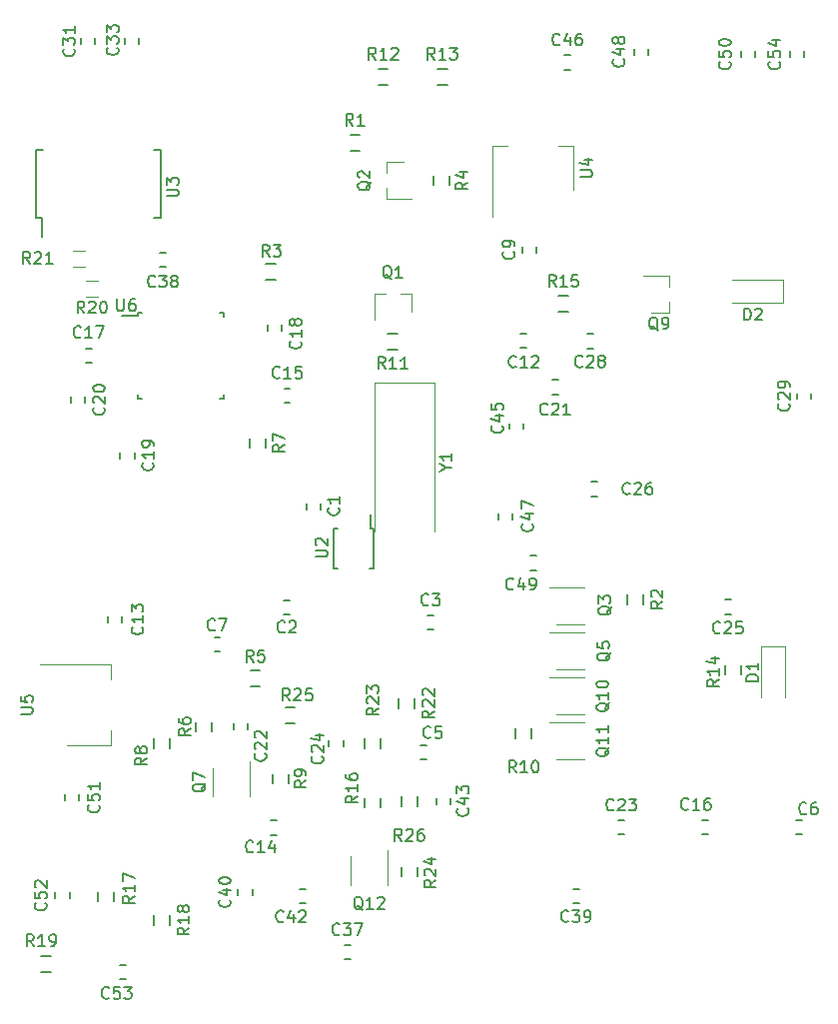
<source format=gto>
G04 #@! TF.FileFunction,Legend,Top*
%FSLAX46Y46*%
G04 Gerber Fmt 4.6, Leading zero omitted, Abs format (unit mm)*
G04 Created by KiCad (PCBNEW 4.0.7) date 09/18/22 11:46:45*
%MOMM*%
%LPD*%
G01*
G04 APERTURE LIST*
%ADD10C,0.100000*%
%ADD11C,0.120000*%
%ADD12C,0.150000*%
G04 APERTURE END LIST*
D10*
D11*
X148110000Y-79365000D02*
X146850000Y-79365000D01*
X141290000Y-79365000D02*
X142550000Y-79365000D01*
X148110000Y-83125000D02*
X148110000Y-79365000D01*
X141290000Y-85375000D02*
X141290000Y-79365000D01*
D12*
X125500000Y-110150000D02*
X125500000Y-109650000D01*
X126700000Y-109650000D02*
X126700000Y-110150000D01*
X123550000Y-117875000D02*
X124050000Y-117875000D01*
X124050000Y-119075000D02*
X123550000Y-119075000D01*
X144950000Y-87925000D02*
X144950000Y-88425000D01*
X143750000Y-88425000D02*
X143750000Y-87925000D01*
X143650000Y-95300000D02*
X144150000Y-95300000D01*
X144150000Y-96500000D02*
X143650000Y-96500000D01*
X108650000Y-119725000D02*
X108650000Y-119225000D01*
X109850000Y-119225000D02*
X109850000Y-119725000D01*
X123600000Y-99925000D02*
X124100000Y-99925000D01*
X124100000Y-101125000D02*
X123600000Y-101125000D01*
X107270000Y-97760000D02*
X106770000Y-97760000D01*
X106770000Y-96560000D02*
X107270000Y-96560000D01*
X122200000Y-95050000D02*
X122200000Y-94550000D01*
X123400000Y-94550000D02*
X123400000Y-95050000D01*
X110900000Y-105375000D02*
X110900000Y-105875000D01*
X109700000Y-105875000D02*
X109700000Y-105375000D01*
X105525000Y-101150000D02*
X105525000Y-100650000D01*
X106725000Y-100650000D02*
X106725000Y-101150000D01*
D11*
X134380000Y-91940000D02*
X133450000Y-91940000D01*
X131220000Y-91940000D02*
X132150000Y-91940000D01*
X131220000Y-91940000D02*
X131220000Y-94100000D01*
X134380000Y-91940000D02*
X134380000Y-93400000D01*
X132240000Y-80720000D02*
X132240000Y-81650000D01*
X132240000Y-83880000D02*
X132240000Y-82950000D01*
X132240000Y-83880000D02*
X134400000Y-83880000D01*
X132240000Y-80720000D02*
X133700000Y-80720000D01*
D12*
X120675000Y-104950000D02*
X120675000Y-104150000D01*
X122025000Y-104150000D02*
X122025000Y-104950000D01*
X131175000Y-111825000D02*
X130950000Y-111825000D01*
X131175000Y-115175000D02*
X130875000Y-115175000D01*
X127825000Y-115175000D02*
X128125000Y-115175000D01*
X127825000Y-111825000D02*
X128125000Y-111825000D01*
X131175000Y-111825000D02*
X131175000Y-115175000D01*
X127825000Y-111825000D02*
X127825000Y-115175000D01*
X130950000Y-111825000D02*
X130950000Y-110600000D01*
D11*
X108910000Y-130160000D02*
X108910000Y-128900000D01*
X108910000Y-123340000D02*
X108910000Y-124600000D01*
X105150000Y-130160000D02*
X108910000Y-130160000D01*
X102900000Y-123340000D02*
X108910000Y-123340000D01*
D12*
X111225000Y-93525000D02*
X111225000Y-93750000D01*
X118475000Y-93525000D02*
X118475000Y-93850000D01*
X118475000Y-100775000D02*
X118475000Y-100450000D01*
X111225000Y-100775000D02*
X111225000Y-100450000D01*
X111225000Y-93525000D02*
X111550000Y-93525000D01*
X111225000Y-100775000D02*
X111550000Y-100775000D01*
X118475000Y-100775000D02*
X118150000Y-100775000D01*
X118475000Y-93525000D02*
X118150000Y-93525000D01*
X111225000Y-93750000D02*
X109800000Y-93750000D01*
D11*
X136350000Y-112050000D02*
X136350000Y-99450000D01*
X136350000Y-99450000D02*
X131250000Y-99450000D01*
X131250000Y-99450000D02*
X131250000Y-112050000D01*
D12*
X106200000Y-134350000D02*
X106200000Y-134850000D01*
X105000000Y-134850000D02*
X105000000Y-134350000D01*
X105400000Y-142650000D02*
X105400000Y-143150000D01*
X104200000Y-143150000D02*
X104200000Y-142650000D01*
X110150000Y-150000000D02*
X109650000Y-150000000D01*
X109650000Y-148800000D02*
X110150000Y-148800000D01*
D11*
X156208000Y-93528000D02*
X156208000Y-92598000D01*
X156208000Y-90368000D02*
X156208000Y-91298000D01*
X156208000Y-90368000D02*
X154048000Y-90368000D01*
X156208000Y-93528000D02*
X154748000Y-93528000D01*
D12*
X107825000Y-143400000D02*
X107825000Y-142600000D01*
X109175000Y-142600000D02*
X109175000Y-143400000D01*
X112525000Y-145400000D02*
X112525000Y-144600000D01*
X113875000Y-144600000D02*
X113875000Y-145400000D01*
X103000000Y-148025000D02*
X103800000Y-148025000D01*
X103800000Y-149375000D02*
X103000000Y-149375000D01*
D11*
X117550000Y-132100000D02*
X117550000Y-134500000D01*
X120650000Y-134500000D02*
X120650000Y-131550000D01*
D12*
X113915000Y-129600000D02*
X113915000Y-130400000D01*
X112565000Y-130400000D02*
X112565000Y-129600000D01*
X123975000Y-132600000D02*
X123975000Y-133400000D01*
X122625000Y-133400000D02*
X122625000Y-132600000D01*
X120500000Y-128350000D02*
X120500000Y-128850000D01*
X119300000Y-128850000D02*
X119300000Y-128350000D01*
X121558000Y-125135000D02*
X120758000Y-125135000D01*
X120758000Y-123785000D02*
X121558000Y-123785000D01*
X117475000Y-128200000D02*
X117475000Y-129000000D01*
X116125000Y-129000000D02*
X116125000Y-128200000D01*
X143856000Y-102874000D02*
X143856000Y-103374000D01*
X142656000Y-103374000D02*
X142656000Y-102874000D01*
X142950000Y-110525000D02*
X142950000Y-111025000D01*
X141750000Y-111025000D02*
X141750000Y-110525000D01*
X144475000Y-114125000D02*
X144975000Y-114125000D01*
X144975000Y-115325000D02*
X144475000Y-115325000D01*
X160950000Y-117850000D02*
X161450000Y-117850000D01*
X161450000Y-119050000D02*
X160950000Y-119050000D01*
X149610000Y-107858000D02*
X150110000Y-107858000D01*
X150110000Y-109058000D02*
X149610000Y-109058000D01*
X149775000Y-96525000D02*
X149275000Y-96525000D01*
X149275000Y-95325000D02*
X149775000Y-95325000D01*
X167040000Y-100834000D02*
X167040000Y-100334000D01*
X168240000Y-100334000D02*
X168240000Y-100834000D01*
D11*
X166050000Y-126100000D02*
X166050000Y-121800000D01*
X166050000Y-121800000D02*
X164050000Y-121800000D01*
X164050000Y-121800000D02*
X164050000Y-126100000D01*
X161572000Y-92694000D02*
X165872000Y-92694000D01*
X165872000Y-92694000D02*
X165872000Y-90694000D01*
X165872000Y-90694000D02*
X161572000Y-90694000D01*
D12*
X146875000Y-92075000D02*
X147675000Y-92075000D01*
X147675000Y-93425000D02*
X146875000Y-93425000D01*
X161000000Y-124175000D02*
X161000000Y-123375000D01*
X162350000Y-123375000D02*
X162350000Y-124175000D01*
X113550000Y-89600000D02*
X113050000Y-89600000D01*
X113050000Y-88400000D02*
X113550000Y-88400000D01*
X106375000Y-70700000D02*
X106375000Y-70200000D01*
X107575000Y-70200000D02*
X107575000Y-70700000D01*
X110100000Y-70700000D02*
X110100000Y-70200000D01*
X111300000Y-70200000D02*
X111300000Y-70700000D01*
X102525000Y-85475000D02*
X103100000Y-85475000D01*
X102525000Y-79725000D02*
X103175000Y-79725000D01*
X113175000Y-79725000D02*
X112525000Y-79725000D01*
X113175000Y-85475000D02*
X112525000Y-85475000D01*
X102525000Y-85475000D02*
X102525000Y-79725000D01*
X113175000Y-85475000D02*
X113175000Y-79725000D01*
X103100000Y-85475000D02*
X103100000Y-87075000D01*
X130000000Y-79775000D02*
X129200000Y-79775000D01*
X129200000Y-78425000D02*
X130000000Y-78425000D01*
X122050000Y-89350000D02*
X122850000Y-89350000D01*
X122850000Y-90700000D02*
X122050000Y-90700000D01*
X137575000Y-81900000D02*
X137575000Y-82700000D01*
X136225000Y-82700000D02*
X136225000Y-81900000D01*
X133200000Y-96675000D02*
X132400000Y-96675000D01*
X132400000Y-95325000D02*
X133200000Y-95325000D01*
X132400000Y-74175000D02*
X131600000Y-74175000D01*
X131600000Y-72825000D02*
X132400000Y-72825000D01*
X137400000Y-74175000D02*
X136600000Y-74175000D01*
X136600000Y-72825000D02*
X137400000Y-72825000D01*
D11*
X106800000Y-90820000D02*
X107800000Y-90820000D01*
X107800000Y-92180000D02*
X106800000Y-92180000D01*
X105725000Y-88270000D02*
X106725000Y-88270000D01*
X106725000Y-89630000D02*
X105725000Y-89630000D01*
D12*
X122990000Y-137760000D02*
X122490000Y-137760000D01*
X122490000Y-136560000D02*
X122990000Y-136560000D01*
X117675000Y-121025000D02*
X118175000Y-121025000D01*
X118175000Y-122225000D02*
X117675000Y-122225000D01*
X128600000Y-129750000D02*
X128600000Y-130250000D01*
X127400000Y-130250000D02*
X127400000Y-129750000D01*
X146808000Y-100422000D02*
X146308000Y-100422000D01*
X146308000Y-99222000D02*
X146808000Y-99222000D01*
X135750000Y-119175000D02*
X136250000Y-119175000D01*
X136250000Y-120375000D02*
X135750000Y-120375000D01*
X135120000Y-130160000D02*
X135620000Y-130160000D01*
X135620000Y-131360000D02*
X135120000Y-131360000D01*
X166975000Y-136550000D02*
X167475000Y-136550000D01*
X167475000Y-137750000D02*
X166975000Y-137750000D01*
X159050000Y-136550000D02*
X159550000Y-136550000D01*
X159550000Y-137750000D02*
X159050000Y-137750000D01*
X151925000Y-136550000D02*
X152425000Y-136550000D01*
X152425000Y-137750000D02*
X151925000Y-137750000D01*
X128690000Y-147120000D02*
X129190000Y-147120000D01*
X129190000Y-148320000D02*
X128690000Y-148320000D01*
X148090000Y-142350000D02*
X148590000Y-142350000D01*
X148590000Y-143550000D02*
X148090000Y-143550000D01*
X120900000Y-142400000D02*
X120900000Y-142900000D01*
X119700000Y-142900000D02*
X119700000Y-142400000D01*
X125425000Y-143525000D02*
X124925000Y-143525000D01*
X124925000Y-142325000D02*
X125425000Y-142325000D01*
X136500000Y-135150000D02*
X136500000Y-134650000D01*
X137700000Y-134650000D02*
X137700000Y-135150000D01*
D11*
X146628000Y-119898000D02*
X149028000Y-119898000D01*
X149028000Y-116798000D02*
X146078000Y-116798000D01*
X146628000Y-123708000D02*
X149028000Y-123708000D01*
X149028000Y-120608000D02*
X146078000Y-120608000D01*
X146628000Y-127518000D02*
X149028000Y-127518000D01*
X149028000Y-124418000D02*
X146078000Y-124418000D01*
X146628000Y-131328000D02*
X149028000Y-131328000D01*
X149028000Y-128228000D02*
X146078000Y-128228000D01*
X129250000Y-139600000D02*
X129250000Y-142000000D01*
X132350000Y-142000000D02*
X132350000Y-139050000D01*
D12*
X152650000Y-118200000D02*
X152650000Y-117400000D01*
X154000000Y-117400000D02*
X154000000Y-118200000D01*
X144575000Y-128740000D02*
X144575000Y-129540000D01*
X143225000Y-129540000D02*
X143225000Y-128740000D01*
X133275000Y-127025000D02*
X133275000Y-126225000D01*
X134625000Y-126225000D02*
X134625000Y-127025000D01*
X130425000Y-130400000D02*
X130425000Y-129600000D01*
X131775000Y-129600000D02*
X131775000Y-130400000D01*
X134875000Y-140500000D02*
X134875000Y-141300000D01*
X133525000Y-141300000D02*
X133525000Y-140500000D01*
X124500000Y-128275000D02*
X123700000Y-128275000D01*
X123700000Y-126925000D02*
X124500000Y-126925000D01*
X134875000Y-134500000D02*
X134875000Y-135300000D01*
X133525000Y-135300000D02*
X133525000Y-134500000D01*
X130425000Y-135450000D02*
X130425000Y-134650000D01*
X131775000Y-134650000D02*
X131775000Y-135450000D01*
X147350000Y-71700000D02*
X147850000Y-71700000D01*
X147850000Y-72900000D02*
X147350000Y-72900000D01*
X162300000Y-71850000D02*
X162300000Y-71350000D01*
X163500000Y-71350000D02*
X163500000Y-71850000D01*
X166500000Y-71850000D02*
X166500000Y-71350000D01*
X167700000Y-71350000D02*
X167700000Y-71850000D01*
X153300000Y-71650000D02*
X153300000Y-71150000D01*
X154500000Y-71150000D02*
X154500000Y-71650000D01*
X148702381Y-82011905D02*
X149511905Y-82011905D01*
X149607143Y-81964286D01*
X149654762Y-81916667D01*
X149702381Y-81821429D01*
X149702381Y-81630952D01*
X149654762Y-81535714D01*
X149607143Y-81488095D01*
X149511905Y-81440476D01*
X148702381Y-81440476D01*
X149035714Y-80535714D02*
X149702381Y-80535714D01*
X148654762Y-80773810D02*
X149369048Y-81011905D01*
X149369048Y-80392857D01*
X128182143Y-110041666D02*
X128229762Y-110089285D01*
X128277381Y-110232142D01*
X128277381Y-110327380D01*
X128229762Y-110470238D01*
X128134524Y-110565476D01*
X128039286Y-110613095D01*
X127848810Y-110660714D01*
X127705952Y-110660714D01*
X127515476Y-110613095D01*
X127420238Y-110565476D01*
X127325000Y-110470238D01*
X127277381Y-110327380D01*
X127277381Y-110232142D01*
X127325000Y-110089285D01*
X127372619Y-110041666D01*
X128277381Y-109089285D02*
X128277381Y-109660714D01*
X128277381Y-109375000D02*
X127277381Y-109375000D01*
X127420238Y-109470238D01*
X127515476Y-109565476D01*
X127563095Y-109660714D01*
X123658334Y-120532143D02*
X123610715Y-120579762D01*
X123467858Y-120627381D01*
X123372620Y-120627381D01*
X123229762Y-120579762D01*
X123134524Y-120484524D01*
X123086905Y-120389286D01*
X123039286Y-120198810D01*
X123039286Y-120055952D01*
X123086905Y-119865476D01*
X123134524Y-119770238D01*
X123229762Y-119675000D01*
X123372620Y-119627381D01*
X123467858Y-119627381D01*
X123610715Y-119675000D01*
X123658334Y-119722619D01*
X124039286Y-119722619D02*
X124086905Y-119675000D01*
X124182143Y-119627381D01*
X124420239Y-119627381D01*
X124515477Y-119675000D01*
X124563096Y-119722619D01*
X124610715Y-119817857D01*
X124610715Y-119913095D01*
X124563096Y-120055952D01*
X123991667Y-120627381D01*
X124610715Y-120627381D01*
X143032143Y-88341666D02*
X143079762Y-88389285D01*
X143127381Y-88532142D01*
X143127381Y-88627380D01*
X143079762Y-88770238D01*
X142984524Y-88865476D01*
X142889286Y-88913095D01*
X142698810Y-88960714D01*
X142555952Y-88960714D01*
X142365476Y-88913095D01*
X142270238Y-88865476D01*
X142175000Y-88770238D01*
X142127381Y-88627380D01*
X142127381Y-88532142D01*
X142175000Y-88389285D01*
X142222619Y-88341666D01*
X143127381Y-87865476D02*
X143127381Y-87675000D01*
X143079762Y-87579761D01*
X143032143Y-87532142D01*
X142889286Y-87436904D01*
X142698810Y-87389285D01*
X142317857Y-87389285D01*
X142222619Y-87436904D01*
X142175000Y-87484523D01*
X142127381Y-87579761D01*
X142127381Y-87770238D01*
X142175000Y-87865476D01*
X142222619Y-87913095D01*
X142317857Y-87960714D01*
X142555952Y-87960714D01*
X142651190Y-87913095D01*
X142698810Y-87865476D01*
X142746429Y-87770238D01*
X142746429Y-87579761D01*
X142698810Y-87484523D01*
X142651190Y-87436904D01*
X142555952Y-87389285D01*
X143257143Y-98057143D02*
X143209524Y-98104762D01*
X143066667Y-98152381D01*
X142971429Y-98152381D01*
X142828571Y-98104762D01*
X142733333Y-98009524D01*
X142685714Y-97914286D01*
X142638095Y-97723810D01*
X142638095Y-97580952D01*
X142685714Y-97390476D01*
X142733333Y-97295238D01*
X142828571Y-97200000D01*
X142971429Y-97152381D01*
X143066667Y-97152381D01*
X143209524Y-97200000D01*
X143257143Y-97247619D01*
X144209524Y-98152381D02*
X143638095Y-98152381D01*
X143923809Y-98152381D02*
X143923809Y-97152381D01*
X143828571Y-97295238D01*
X143733333Y-97390476D01*
X143638095Y-97438095D01*
X144590476Y-97247619D02*
X144638095Y-97200000D01*
X144733333Y-97152381D01*
X144971429Y-97152381D01*
X145066667Y-97200000D01*
X145114286Y-97247619D01*
X145161905Y-97342857D01*
X145161905Y-97438095D01*
X145114286Y-97580952D01*
X144542857Y-98152381D01*
X145161905Y-98152381D01*
X111557143Y-120142857D02*
X111604762Y-120190476D01*
X111652381Y-120333333D01*
X111652381Y-120428571D01*
X111604762Y-120571429D01*
X111509524Y-120666667D01*
X111414286Y-120714286D01*
X111223810Y-120761905D01*
X111080952Y-120761905D01*
X110890476Y-120714286D01*
X110795238Y-120666667D01*
X110700000Y-120571429D01*
X110652381Y-120428571D01*
X110652381Y-120333333D01*
X110700000Y-120190476D01*
X110747619Y-120142857D01*
X111652381Y-119190476D02*
X111652381Y-119761905D01*
X111652381Y-119476191D02*
X110652381Y-119476191D01*
X110795238Y-119571429D01*
X110890476Y-119666667D01*
X110938095Y-119761905D01*
X110652381Y-118857143D02*
X110652381Y-118238095D01*
X111033333Y-118571429D01*
X111033333Y-118428571D01*
X111080952Y-118333333D01*
X111128571Y-118285714D01*
X111223810Y-118238095D01*
X111461905Y-118238095D01*
X111557143Y-118285714D01*
X111604762Y-118333333D01*
X111652381Y-118428571D01*
X111652381Y-118714286D01*
X111604762Y-118809524D01*
X111557143Y-118857143D01*
X123207143Y-98982143D02*
X123159524Y-99029762D01*
X123016667Y-99077381D01*
X122921429Y-99077381D01*
X122778571Y-99029762D01*
X122683333Y-98934524D01*
X122635714Y-98839286D01*
X122588095Y-98648810D01*
X122588095Y-98505952D01*
X122635714Y-98315476D01*
X122683333Y-98220238D01*
X122778571Y-98125000D01*
X122921429Y-98077381D01*
X123016667Y-98077381D01*
X123159524Y-98125000D01*
X123207143Y-98172619D01*
X124159524Y-99077381D02*
X123588095Y-99077381D01*
X123873809Y-99077381D02*
X123873809Y-98077381D01*
X123778571Y-98220238D01*
X123683333Y-98315476D01*
X123588095Y-98363095D01*
X125064286Y-98077381D02*
X124588095Y-98077381D01*
X124540476Y-98553571D01*
X124588095Y-98505952D01*
X124683333Y-98458333D01*
X124921429Y-98458333D01*
X125016667Y-98505952D01*
X125064286Y-98553571D01*
X125111905Y-98648810D01*
X125111905Y-98886905D01*
X125064286Y-98982143D01*
X125016667Y-99029762D01*
X124921429Y-99077381D01*
X124683333Y-99077381D01*
X124588095Y-99029762D01*
X124540476Y-98982143D01*
X106357143Y-95557143D02*
X106309524Y-95604762D01*
X106166667Y-95652381D01*
X106071429Y-95652381D01*
X105928571Y-95604762D01*
X105833333Y-95509524D01*
X105785714Y-95414286D01*
X105738095Y-95223810D01*
X105738095Y-95080952D01*
X105785714Y-94890476D01*
X105833333Y-94795238D01*
X105928571Y-94700000D01*
X106071429Y-94652381D01*
X106166667Y-94652381D01*
X106309524Y-94700000D01*
X106357143Y-94747619D01*
X107309524Y-95652381D02*
X106738095Y-95652381D01*
X107023809Y-95652381D02*
X107023809Y-94652381D01*
X106928571Y-94795238D01*
X106833333Y-94890476D01*
X106738095Y-94938095D01*
X107642857Y-94652381D02*
X108309524Y-94652381D01*
X107880952Y-95652381D01*
X124957143Y-95942857D02*
X125004762Y-95990476D01*
X125052381Y-96133333D01*
X125052381Y-96228571D01*
X125004762Y-96371429D01*
X124909524Y-96466667D01*
X124814286Y-96514286D01*
X124623810Y-96561905D01*
X124480952Y-96561905D01*
X124290476Y-96514286D01*
X124195238Y-96466667D01*
X124100000Y-96371429D01*
X124052381Y-96228571D01*
X124052381Y-96133333D01*
X124100000Y-95990476D01*
X124147619Y-95942857D01*
X125052381Y-94990476D02*
X125052381Y-95561905D01*
X125052381Y-95276191D02*
X124052381Y-95276191D01*
X124195238Y-95371429D01*
X124290476Y-95466667D01*
X124338095Y-95561905D01*
X124480952Y-94419048D02*
X124433333Y-94514286D01*
X124385714Y-94561905D01*
X124290476Y-94609524D01*
X124242857Y-94609524D01*
X124147619Y-94561905D01*
X124100000Y-94514286D01*
X124052381Y-94419048D01*
X124052381Y-94228571D01*
X124100000Y-94133333D01*
X124147619Y-94085714D01*
X124242857Y-94038095D01*
X124290476Y-94038095D01*
X124385714Y-94085714D01*
X124433333Y-94133333D01*
X124480952Y-94228571D01*
X124480952Y-94419048D01*
X124528571Y-94514286D01*
X124576190Y-94561905D01*
X124671429Y-94609524D01*
X124861905Y-94609524D01*
X124957143Y-94561905D01*
X125004762Y-94514286D01*
X125052381Y-94419048D01*
X125052381Y-94228571D01*
X125004762Y-94133333D01*
X124957143Y-94085714D01*
X124861905Y-94038095D01*
X124671429Y-94038095D01*
X124576190Y-94085714D01*
X124528571Y-94133333D01*
X124480952Y-94228571D01*
X112457143Y-106242857D02*
X112504762Y-106290476D01*
X112552381Y-106433333D01*
X112552381Y-106528571D01*
X112504762Y-106671429D01*
X112409524Y-106766667D01*
X112314286Y-106814286D01*
X112123810Y-106861905D01*
X111980952Y-106861905D01*
X111790476Y-106814286D01*
X111695238Y-106766667D01*
X111600000Y-106671429D01*
X111552381Y-106528571D01*
X111552381Y-106433333D01*
X111600000Y-106290476D01*
X111647619Y-106242857D01*
X112552381Y-105290476D02*
X112552381Y-105861905D01*
X112552381Y-105576191D02*
X111552381Y-105576191D01*
X111695238Y-105671429D01*
X111790476Y-105766667D01*
X111838095Y-105861905D01*
X112552381Y-104814286D02*
X112552381Y-104623810D01*
X112504762Y-104528571D01*
X112457143Y-104480952D01*
X112314286Y-104385714D01*
X112123810Y-104338095D01*
X111742857Y-104338095D01*
X111647619Y-104385714D01*
X111600000Y-104433333D01*
X111552381Y-104528571D01*
X111552381Y-104719048D01*
X111600000Y-104814286D01*
X111647619Y-104861905D01*
X111742857Y-104909524D01*
X111980952Y-104909524D01*
X112076190Y-104861905D01*
X112123810Y-104814286D01*
X112171429Y-104719048D01*
X112171429Y-104528571D01*
X112123810Y-104433333D01*
X112076190Y-104385714D01*
X111980952Y-104338095D01*
X108302143Y-101542857D02*
X108349762Y-101590476D01*
X108397381Y-101733333D01*
X108397381Y-101828571D01*
X108349762Y-101971429D01*
X108254524Y-102066667D01*
X108159286Y-102114286D01*
X107968810Y-102161905D01*
X107825952Y-102161905D01*
X107635476Y-102114286D01*
X107540238Y-102066667D01*
X107445000Y-101971429D01*
X107397381Y-101828571D01*
X107397381Y-101733333D01*
X107445000Y-101590476D01*
X107492619Y-101542857D01*
X107492619Y-101161905D02*
X107445000Y-101114286D01*
X107397381Y-101019048D01*
X107397381Y-100780952D01*
X107445000Y-100685714D01*
X107492619Y-100638095D01*
X107587857Y-100590476D01*
X107683095Y-100590476D01*
X107825952Y-100638095D01*
X108397381Y-101209524D01*
X108397381Y-100590476D01*
X107397381Y-99971429D02*
X107397381Y-99876190D01*
X107445000Y-99780952D01*
X107492619Y-99733333D01*
X107587857Y-99685714D01*
X107778333Y-99638095D01*
X108016429Y-99638095D01*
X108206905Y-99685714D01*
X108302143Y-99733333D01*
X108349762Y-99780952D01*
X108397381Y-99876190D01*
X108397381Y-99971429D01*
X108349762Y-100066667D01*
X108302143Y-100114286D01*
X108206905Y-100161905D01*
X108016429Y-100209524D01*
X107778333Y-100209524D01*
X107587857Y-100161905D01*
X107492619Y-100114286D01*
X107445000Y-100066667D01*
X107397381Y-99971429D01*
X132704762Y-90647619D02*
X132609524Y-90600000D01*
X132514286Y-90504762D01*
X132371429Y-90361905D01*
X132276190Y-90314286D01*
X132180952Y-90314286D01*
X132228571Y-90552381D02*
X132133333Y-90504762D01*
X132038095Y-90409524D01*
X131990476Y-90219048D01*
X131990476Y-89885714D01*
X132038095Y-89695238D01*
X132133333Y-89600000D01*
X132228571Y-89552381D01*
X132419048Y-89552381D01*
X132514286Y-89600000D01*
X132609524Y-89695238D01*
X132657143Y-89885714D01*
X132657143Y-90219048D01*
X132609524Y-90409524D01*
X132514286Y-90504762D01*
X132419048Y-90552381D01*
X132228571Y-90552381D01*
X133609524Y-90552381D02*
X133038095Y-90552381D01*
X133323809Y-90552381D02*
X133323809Y-89552381D01*
X133228571Y-89695238D01*
X133133333Y-89790476D01*
X133038095Y-89838095D01*
X130947619Y-82395238D02*
X130900000Y-82490476D01*
X130804762Y-82585714D01*
X130661905Y-82728571D01*
X130614286Y-82823810D01*
X130614286Y-82919048D01*
X130852381Y-82871429D02*
X130804762Y-82966667D01*
X130709524Y-83061905D01*
X130519048Y-83109524D01*
X130185714Y-83109524D01*
X129995238Y-83061905D01*
X129900000Y-82966667D01*
X129852381Y-82871429D01*
X129852381Y-82680952D01*
X129900000Y-82585714D01*
X129995238Y-82490476D01*
X130185714Y-82442857D01*
X130519048Y-82442857D01*
X130709524Y-82490476D01*
X130804762Y-82585714D01*
X130852381Y-82680952D01*
X130852381Y-82871429D01*
X129947619Y-82061905D02*
X129900000Y-82014286D01*
X129852381Y-81919048D01*
X129852381Y-81680952D01*
X129900000Y-81585714D01*
X129947619Y-81538095D01*
X130042857Y-81490476D01*
X130138095Y-81490476D01*
X130280952Y-81538095D01*
X130852381Y-82109524D01*
X130852381Y-81490476D01*
X123602381Y-104716666D02*
X123126190Y-105050000D01*
X123602381Y-105288095D02*
X122602381Y-105288095D01*
X122602381Y-104907142D01*
X122650000Y-104811904D01*
X122697619Y-104764285D01*
X122792857Y-104716666D01*
X122935714Y-104716666D01*
X123030952Y-104764285D01*
X123078571Y-104811904D01*
X123126190Y-104907142D01*
X123126190Y-105288095D01*
X122602381Y-104383333D02*
X122602381Y-103716666D01*
X123602381Y-104145238D01*
X126252381Y-114211905D02*
X127061905Y-114211905D01*
X127157143Y-114164286D01*
X127204762Y-114116667D01*
X127252381Y-114021429D01*
X127252381Y-113830952D01*
X127204762Y-113735714D01*
X127157143Y-113688095D01*
X127061905Y-113640476D01*
X126252381Y-113640476D01*
X126347619Y-113211905D02*
X126300000Y-113164286D01*
X126252381Y-113069048D01*
X126252381Y-112830952D01*
X126300000Y-112735714D01*
X126347619Y-112688095D01*
X126442857Y-112640476D01*
X126538095Y-112640476D01*
X126680952Y-112688095D01*
X127252381Y-113259524D01*
X127252381Y-112640476D01*
X101277381Y-127511905D02*
X102086905Y-127511905D01*
X102182143Y-127464286D01*
X102229762Y-127416667D01*
X102277381Y-127321429D01*
X102277381Y-127130952D01*
X102229762Y-127035714D01*
X102182143Y-126988095D01*
X102086905Y-126940476D01*
X101277381Y-126940476D01*
X101277381Y-125988095D02*
X101277381Y-126464286D01*
X101753571Y-126511905D01*
X101705952Y-126464286D01*
X101658333Y-126369048D01*
X101658333Y-126130952D01*
X101705952Y-126035714D01*
X101753571Y-125988095D01*
X101848810Y-125940476D01*
X102086905Y-125940476D01*
X102182143Y-125988095D01*
X102229762Y-126035714D01*
X102277381Y-126130952D01*
X102277381Y-126369048D01*
X102229762Y-126464286D01*
X102182143Y-126511905D01*
X109438095Y-92352381D02*
X109438095Y-93161905D01*
X109485714Y-93257143D01*
X109533333Y-93304762D01*
X109628571Y-93352381D01*
X109819048Y-93352381D01*
X109914286Y-93304762D01*
X109961905Y-93257143D01*
X110009524Y-93161905D01*
X110009524Y-92352381D01*
X110914286Y-92352381D02*
X110723809Y-92352381D01*
X110628571Y-92400000D01*
X110580952Y-92447619D01*
X110485714Y-92590476D01*
X110438095Y-92780952D01*
X110438095Y-93161905D01*
X110485714Y-93257143D01*
X110533333Y-93304762D01*
X110628571Y-93352381D01*
X110819048Y-93352381D01*
X110914286Y-93304762D01*
X110961905Y-93257143D01*
X111009524Y-93161905D01*
X111009524Y-92923810D01*
X110961905Y-92828571D01*
X110914286Y-92780952D01*
X110819048Y-92733333D01*
X110628571Y-92733333D01*
X110533333Y-92780952D01*
X110485714Y-92828571D01*
X110438095Y-92923810D01*
X137326190Y-106626191D02*
X137802381Y-106626191D01*
X136802381Y-106959524D02*
X137326190Y-106626191D01*
X136802381Y-106292857D01*
X137802381Y-105435714D02*
X137802381Y-106007143D01*
X137802381Y-105721429D02*
X136802381Y-105721429D01*
X136945238Y-105816667D01*
X137040476Y-105911905D01*
X137088095Y-106007143D01*
X107857143Y-135242857D02*
X107904762Y-135290476D01*
X107952381Y-135433333D01*
X107952381Y-135528571D01*
X107904762Y-135671429D01*
X107809524Y-135766667D01*
X107714286Y-135814286D01*
X107523810Y-135861905D01*
X107380952Y-135861905D01*
X107190476Y-135814286D01*
X107095238Y-135766667D01*
X107000000Y-135671429D01*
X106952381Y-135528571D01*
X106952381Y-135433333D01*
X107000000Y-135290476D01*
X107047619Y-135242857D01*
X106952381Y-134338095D02*
X106952381Y-134814286D01*
X107428571Y-134861905D01*
X107380952Y-134814286D01*
X107333333Y-134719048D01*
X107333333Y-134480952D01*
X107380952Y-134385714D01*
X107428571Y-134338095D01*
X107523810Y-134290476D01*
X107761905Y-134290476D01*
X107857143Y-134338095D01*
X107904762Y-134385714D01*
X107952381Y-134480952D01*
X107952381Y-134719048D01*
X107904762Y-134814286D01*
X107857143Y-134861905D01*
X107952381Y-133338095D02*
X107952381Y-133909524D01*
X107952381Y-133623810D02*
X106952381Y-133623810D01*
X107095238Y-133719048D01*
X107190476Y-133814286D01*
X107238095Y-133909524D01*
X103357143Y-143542857D02*
X103404762Y-143590476D01*
X103452381Y-143733333D01*
X103452381Y-143828571D01*
X103404762Y-143971429D01*
X103309524Y-144066667D01*
X103214286Y-144114286D01*
X103023810Y-144161905D01*
X102880952Y-144161905D01*
X102690476Y-144114286D01*
X102595238Y-144066667D01*
X102500000Y-143971429D01*
X102452381Y-143828571D01*
X102452381Y-143733333D01*
X102500000Y-143590476D01*
X102547619Y-143542857D01*
X102452381Y-142638095D02*
X102452381Y-143114286D01*
X102928571Y-143161905D01*
X102880952Y-143114286D01*
X102833333Y-143019048D01*
X102833333Y-142780952D01*
X102880952Y-142685714D01*
X102928571Y-142638095D01*
X103023810Y-142590476D01*
X103261905Y-142590476D01*
X103357143Y-142638095D01*
X103404762Y-142685714D01*
X103452381Y-142780952D01*
X103452381Y-143019048D01*
X103404762Y-143114286D01*
X103357143Y-143161905D01*
X102547619Y-142209524D02*
X102500000Y-142161905D01*
X102452381Y-142066667D01*
X102452381Y-141828571D01*
X102500000Y-141733333D01*
X102547619Y-141685714D01*
X102642857Y-141638095D01*
X102738095Y-141638095D01*
X102880952Y-141685714D01*
X103452381Y-142257143D01*
X103452381Y-141638095D01*
X108757143Y-151557143D02*
X108709524Y-151604762D01*
X108566667Y-151652381D01*
X108471429Y-151652381D01*
X108328571Y-151604762D01*
X108233333Y-151509524D01*
X108185714Y-151414286D01*
X108138095Y-151223810D01*
X108138095Y-151080952D01*
X108185714Y-150890476D01*
X108233333Y-150795238D01*
X108328571Y-150700000D01*
X108471429Y-150652381D01*
X108566667Y-150652381D01*
X108709524Y-150700000D01*
X108757143Y-150747619D01*
X109661905Y-150652381D02*
X109185714Y-150652381D01*
X109138095Y-151128571D01*
X109185714Y-151080952D01*
X109280952Y-151033333D01*
X109519048Y-151033333D01*
X109614286Y-151080952D01*
X109661905Y-151128571D01*
X109709524Y-151223810D01*
X109709524Y-151461905D01*
X109661905Y-151557143D01*
X109614286Y-151604762D01*
X109519048Y-151652381D01*
X109280952Y-151652381D01*
X109185714Y-151604762D01*
X109138095Y-151557143D01*
X110042857Y-150652381D02*
X110661905Y-150652381D01*
X110328571Y-151033333D01*
X110471429Y-151033333D01*
X110566667Y-151080952D01*
X110614286Y-151128571D01*
X110661905Y-151223810D01*
X110661905Y-151461905D01*
X110614286Y-151557143D01*
X110566667Y-151604762D01*
X110471429Y-151652381D01*
X110185714Y-151652381D01*
X110090476Y-151604762D01*
X110042857Y-151557143D01*
X155277762Y-94995619D02*
X155182524Y-94948000D01*
X155087286Y-94852762D01*
X154944429Y-94709905D01*
X154849190Y-94662286D01*
X154753952Y-94662286D01*
X154801571Y-94900381D02*
X154706333Y-94852762D01*
X154611095Y-94757524D01*
X154563476Y-94567048D01*
X154563476Y-94233714D01*
X154611095Y-94043238D01*
X154706333Y-93948000D01*
X154801571Y-93900381D01*
X154992048Y-93900381D01*
X155087286Y-93948000D01*
X155182524Y-94043238D01*
X155230143Y-94233714D01*
X155230143Y-94567048D01*
X155182524Y-94757524D01*
X155087286Y-94852762D01*
X154992048Y-94900381D01*
X154801571Y-94900381D01*
X155706333Y-94900381D02*
X155896809Y-94900381D01*
X155992048Y-94852762D01*
X156039667Y-94805143D01*
X156134905Y-94662286D01*
X156182524Y-94471810D01*
X156182524Y-94090857D01*
X156134905Y-93995619D01*
X156087286Y-93948000D01*
X155992048Y-93900381D01*
X155801571Y-93900381D01*
X155706333Y-93948000D01*
X155658714Y-93995619D01*
X155611095Y-94090857D01*
X155611095Y-94328952D01*
X155658714Y-94424190D01*
X155706333Y-94471810D01*
X155801571Y-94519429D01*
X155992048Y-94519429D01*
X156087286Y-94471810D01*
X156134905Y-94424190D01*
X156182524Y-94328952D01*
X110902381Y-142942857D02*
X110426190Y-143276191D01*
X110902381Y-143514286D02*
X109902381Y-143514286D01*
X109902381Y-143133333D01*
X109950000Y-143038095D01*
X109997619Y-142990476D01*
X110092857Y-142942857D01*
X110235714Y-142942857D01*
X110330952Y-142990476D01*
X110378571Y-143038095D01*
X110426190Y-143133333D01*
X110426190Y-143514286D01*
X110902381Y-141990476D02*
X110902381Y-142561905D01*
X110902381Y-142276191D02*
X109902381Y-142276191D01*
X110045238Y-142371429D01*
X110140476Y-142466667D01*
X110188095Y-142561905D01*
X109902381Y-141657143D02*
X109902381Y-140990476D01*
X110902381Y-141419048D01*
X115552381Y-145642857D02*
X115076190Y-145976191D01*
X115552381Y-146214286D02*
X114552381Y-146214286D01*
X114552381Y-145833333D01*
X114600000Y-145738095D01*
X114647619Y-145690476D01*
X114742857Y-145642857D01*
X114885714Y-145642857D01*
X114980952Y-145690476D01*
X115028571Y-145738095D01*
X115076190Y-145833333D01*
X115076190Y-146214286D01*
X115552381Y-144690476D02*
X115552381Y-145261905D01*
X115552381Y-144976191D02*
X114552381Y-144976191D01*
X114695238Y-145071429D01*
X114790476Y-145166667D01*
X114838095Y-145261905D01*
X114980952Y-144119048D02*
X114933333Y-144214286D01*
X114885714Y-144261905D01*
X114790476Y-144309524D01*
X114742857Y-144309524D01*
X114647619Y-144261905D01*
X114600000Y-144214286D01*
X114552381Y-144119048D01*
X114552381Y-143928571D01*
X114600000Y-143833333D01*
X114647619Y-143785714D01*
X114742857Y-143738095D01*
X114790476Y-143738095D01*
X114885714Y-143785714D01*
X114933333Y-143833333D01*
X114980952Y-143928571D01*
X114980952Y-144119048D01*
X115028571Y-144214286D01*
X115076190Y-144261905D01*
X115171429Y-144309524D01*
X115361905Y-144309524D01*
X115457143Y-144261905D01*
X115504762Y-144214286D01*
X115552381Y-144119048D01*
X115552381Y-143928571D01*
X115504762Y-143833333D01*
X115457143Y-143785714D01*
X115361905Y-143738095D01*
X115171429Y-143738095D01*
X115076190Y-143785714D01*
X115028571Y-143833333D01*
X114980952Y-143928571D01*
X102357143Y-147202381D02*
X102023809Y-146726190D01*
X101785714Y-147202381D02*
X101785714Y-146202381D01*
X102166667Y-146202381D01*
X102261905Y-146250000D01*
X102309524Y-146297619D01*
X102357143Y-146392857D01*
X102357143Y-146535714D01*
X102309524Y-146630952D01*
X102261905Y-146678571D01*
X102166667Y-146726190D01*
X101785714Y-146726190D01*
X103309524Y-147202381D02*
X102738095Y-147202381D01*
X103023809Y-147202381D02*
X103023809Y-146202381D01*
X102928571Y-146345238D01*
X102833333Y-146440476D01*
X102738095Y-146488095D01*
X103785714Y-147202381D02*
X103976190Y-147202381D01*
X104071429Y-147154762D01*
X104119048Y-147107143D01*
X104214286Y-146964286D01*
X104261905Y-146773810D01*
X104261905Y-146392857D01*
X104214286Y-146297619D01*
X104166667Y-146250000D01*
X104071429Y-146202381D01*
X103880952Y-146202381D01*
X103785714Y-146250000D01*
X103738095Y-146297619D01*
X103690476Y-146392857D01*
X103690476Y-146630952D01*
X103738095Y-146726190D01*
X103785714Y-146773810D01*
X103880952Y-146821429D01*
X104071429Y-146821429D01*
X104166667Y-146773810D01*
X104214286Y-146726190D01*
X104261905Y-146630952D01*
X116947619Y-133395238D02*
X116900000Y-133490476D01*
X116804762Y-133585714D01*
X116661905Y-133728571D01*
X116614286Y-133823810D01*
X116614286Y-133919048D01*
X116852381Y-133871429D02*
X116804762Y-133966667D01*
X116709524Y-134061905D01*
X116519048Y-134109524D01*
X116185714Y-134109524D01*
X115995238Y-134061905D01*
X115900000Y-133966667D01*
X115852381Y-133871429D01*
X115852381Y-133680952D01*
X115900000Y-133585714D01*
X115995238Y-133490476D01*
X116185714Y-133442857D01*
X116519048Y-133442857D01*
X116709524Y-133490476D01*
X116804762Y-133585714D01*
X116852381Y-133680952D01*
X116852381Y-133871429D01*
X115852381Y-133109524D02*
X115852381Y-132442857D01*
X116852381Y-132871429D01*
X111962381Y-131246666D02*
X111486190Y-131580000D01*
X111962381Y-131818095D02*
X110962381Y-131818095D01*
X110962381Y-131437142D01*
X111010000Y-131341904D01*
X111057619Y-131294285D01*
X111152857Y-131246666D01*
X111295714Y-131246666D01*
X111390952Y-131294285D01*
X111438571Y-131341904D01*
X111486190Y-131437142D01*
X111486190Y-131818095D01*
X111390952Y-130675238D02*
X111343333Y-130770476D01*
X111295714Y-130818095D01*
X111200476Y-130865714D01*
X111152857Y-130865714D01*
X111057619Y-130818095D01*
X111010000Y-130770476D01*
X110962381Y-130675238D01*
X110962381Y-130484761D01*
X111010000Y-130389523D01*
X111057619Y-130341904D01*
X111152857Y-130294285D01*
X111200476Y-130294285D01*
X111295714Y-130341904D01*
X111343333Y-130389523D01*
X111390952Y-130484761D01*
X111390952Y-130675238D01*
X111438571Y-130770476D01*
X111486190Y-130818095D01*
X111581429Y-130865714D01*
X111771905Y-130865714D01*
X111867143Y-130818095D01*
X111914762Y-130770476D01*
X111962381Y-130675238D01*
X111962381Y-130484761D01*
X111914762Y-130389523D01*
X111867143Y-130341904D01*
X111771905Y-130294285D01*
X111581429Y-130294285D01*
X111486190Y-130341904D01*
X111438571Y-130389523D01*
X111390952Y-130484761D01*
X125452381Y-133166666D02*
X124976190Y-133500000D01*
X125452381Y-133738095D02*
X124452381Y-133738095D01*
X124452381Y-133357142D01*
X124500000Y-133261904D01*
X124547619Y-133214285D01*
X124642857Y-133166666D01*
X124785714Y-133166666D01*
X124880952Y-133214285D01*
X124928571Y-133261904D01*
X124976190Y-133357142D01*
X124976190Y-133738095D01*
X125452381Y-132690476D02*
X125452381Y-132500000D01*
X125404762Y-132404761D01*
X125357143Y-132357142D01*
X125214286Y-132261904D01*
X125023810Y-132214285D01*
X124642857Y-132214285D01*
X124547619Y-132261904D01*
X124500000Y-132309523D01*
X124452381Y-132404761D01*
X124452381Y-132595238D01*
X124500000Y-132690476D01*
X124547619Y-132738095D01*
X124642857Y-132785714D01*
X124880952Y-132785714D01*
X124976190Y-132738095D01*
X125023810Y-132690476D01*
X125071429Y-132595238D01*
X125071429Y-132404761D01*
X125023810Y-132309523D01*
X124976190Y-132261904D01*
X124880952Y-132214285D01*
X121982143Y-130867857D02*
X122029762Y-130915476D01*
X122077381Y-131058333D01*
X122077381Y-131153571D01*
X122029762Y-131296429D01*
X121934524Y-131391667D01*
X121839286Y-131439286D01*
X121648810Y-131486905D01*
X121505952Y-131486905D01*
X121315476Y-131439286D01*
X121220238Y-131391667D01*
X121125000Y-131296429D01*
X121077381Y-131153571D01*
X121077381Y-131058333D01*
X121125000Y-130915476D01*
X121172619Y-130867857D01*
X121172619Y-130486905D02*
X121125000Y-130439286D01*
X121077381Y-130344048D01*
X121077381Y-130105952D01*
X121125000Y-130010714D01*
X121172619Y-129963095D01*
X121267857Y-129915476D01*
X121363095Y-129915476D01*
X121505952Y-129963095D01*
X122077381Y-130534524D01*
X122077381Y-129915476D01*
X121172619Y-129534524D02*
X121125000Y-129486905D01*
X121077381Y-129391667D01*
X121077381Y-129153571D01*
X121125000Y-129058333D01*
X121172619Y-129010714D01*
X121267857Y-128963095D01*
X121363095Y-128963095D01*
X121505952Y-129010714D01*
X122077381Y-129582143D01*
X122077381Y-128963095D01*
X120991334Y-123112381D02*
X120658000Y-122636190D01*
X120419905Y-123112381D02*
X120419905Y-122112381D01*
X120800858Y-122112381D01*
X120896096Y-122160000D01*
X120943715Y-122207619D01*
X120991334Y-122302857D01*
X120991334Y-122445714D01*
X120943715Y-122540952D01*
X120896096Y-122588571D01*
X120800858Y-122636190D01*
X120419905Y-122636190D01*
X121896096Y-122112381D02*
X121419905Y-122112381D01*
X121372286Y-122588571D01*
X121419905Y-122540952D01*
X121515143Y-122493333D01*
X121753239Y-122493333D01*
X121848477Y-122540952D01*
X121896096Y-122588571D01*
X121943715Y-122683810D01*
X121943715Y-122921905D01*
X121896096Y-123017143D01*
X121848477Y-123064762D01*
X121753239Y-123112381D01*
X121515143Y-123112381D01*
X121419905Y-123064762D01*
X121372286Y-123017143D01*
X115652381Y-128766666D02*
X115176190Y-129100000D01*
X115652381Y-129338095D02*
X114652381Y-129338095D01*
X114652381Y-128957142D01*
X114700000Y-128861904D01*
X114747619Y-128814285D01*
X114842857Y-128766666D01*
X114985714Y-128766666D01*
X115080952Y-128814285D01*
X115128571Y-128861904D01*
X115176190Y-128957142D01*
X115176190Y-129338095D01*
X114652381Y-127909523D02*
X114652381Y-128100000D01*
X114700000Y-128195238D01*
X114747619Y-128242857D01*
X114890476Y-128338095D01*
X115080952Y-128385714D01*
X115461905Y-128385714D01*
X115557143Y-128338095D01*
X115604762Y-128290476D01*
X115652381Y-128195238D01*
X115652381Y-128004761D01*
X115604762Y-127909523D01*
X115557143Y-127861904D01*
X115461905Y-127814285D01*
X115223810Y-127814285D01*
X115128571Y-127861904D01*
X115080952Y-127909523D01*
X115033333Y-128004761D01*
X115033333Y-128195238D01*
X115080952Y-128290476D01*
X115128571Y-128338095D01*
X115223810Y-128385714D01*
X142057143Y-103092857D02*
X142104762Y-103140476D01*
X142152381Y-103283333D01*
X142152381Y-103378571D01*
X142104762Y-103521429D01*
X142009524Y-103616667D01*
X141914286Y-103664286D01*
X141723810Y-103711905D01*
X141580952Y-103711905D01*
X141390476Y-103664286D01*
X141295238Y-103616667D01*
X141200000Y-103521429D01*
X141152381Y-103378571D01*
X141152381Y-103283333D01*
X141200000Y-103140476D01*
X141247619Y-103092857D01*
X141485714Y-102235714D02*
X142152381Y-102235714D01*
X141104762Y-102473810D02*
X141819048Y-102711905D01*
X141819048Y-102092857D01*
X141152381Y-101235714D02*
X141152381Y-101711905D01*
X141628571Y-101759524D01*
X141580952Y-101711905D01*
X141533333Y-101616667D01*
X141533333Y-101378571D01*
X141580952Y-101283333D01*
X141628571Y-101235714D01*
X141723810Y-101188095D01*
X141961905Y-101188095D01*
X142057143Y-101235714D01*
X142104762Y-101283333D01*
X142152381Y-101378571D01*
X142152381Y-101616667D01*
X142104762Y-101711905D01*
X142057143Y-101759524D01*
X144607143Y-111417857D02*
X144654762Y-111465476D01*
X144702381Y-111608333D01*
X144702381Y-111703571D01*
X144654762Y-111846429D01*
X144559524Y-111941667D01*
X144464286Y-111989286D01*
X144273810Y-112036905D01*
X144130952Y-112036905D01*
X143940476Y-111989286D01*
X143845238Y-111941667D01*
X143750000Y-111846429D01*
X143702381Y-111703571D01*
X143702381Y-111608333D01*
X143750000Y-111465476D01*
X143797619Y-111417857D01*
X144035714Y-110560714D02*
X144702381Y-110560714D01*
X143654762Y-110798810D02*
X144369048Y-111036905D01*
X144369048Y-110417857D01*
X143702381Y-110132143D02*
X143702381Y-109465476D01*
X144702381Y-109894048D01*
X143032143Y-116907143D02*
X142984524Y-116954762D01*
X142841667Y-117002381D01*
X142746429Y-117002381D01*
X142603571Y-116954762D01*
X142508333Y-116859524D01*
X142460714Y-116764286D01*
X142413095Y-116573810D01*
X142413095Y-116430952D01*
X142460714Y-116240476D01*
X142508333Y-116145238D01*
X142603571Y-116050000D01*
X142746429Y-116002381D01*
X142841667Y-116002381D01*
X142984524Y-116050000D01*
X143032143Y-116097619D01*
X143889286Y-116335714D02*
X143889286Y-117002381D01*
X143651190Y-115954762D02*
X143413095Y-116669048D01*
X144032143Y-116669048D01*
X144460714Y-117002381D02*
X144651190Y-117002381D01*
X144746429Y-116954762D01*
X144794048Y-116907143D01*
X144889286Y-116764286D01*
X144936905Y-116573810D01*
X144936905Y-116192857D01*
X144889286Y-116097619D01*
X144841667Y-116050000D01*
X144746429Y-116002381D01*
X144555952Y-116002381D01*
X144460714Y-116050000D01*
X144413095Y-116097619D01*
X144365476Y-116192857D01*
X144365476Y-116430952D01*
X144413095Y-116526190D01*
X144460714Y-116573810D01*
X144555952Y-116621429D01*
X144746429Y-116621429D01*
X144841667Y-116573810D01*
X144889286Y-116526190D01*
X144936905Y-116430952D01*
X160557143Y-120607143D02*
X160509524Y-120654762D01*
X160366667Y-120702381D01*
X160271429Y-120702381D01*
X160128571Y-120654762D01*
X160033333Y-120559524D01*
X159985714Y-120464286D01*
X159938095Y-120273810D01*
X159938095Y-120130952D01*
X159985714Y-119940476D01*
X160033333Y-119845238D01*
X160128571Y-119750000D01*
X160271429Y-119702381D01*
X160366667Y-119702381D01*
X160509524Y-119750000D01*
X160557143Y-119797619D01*
X160938095Y-119797619D02*
X160985714Y-119750000D01*
X161080952Y-119702381D01*
X161319048Y-119702381D01*
X161414286Y-119750000D01*
X161461905Y-119797619D01*
X161509524Y-119892857D01*
X161509524Y-119988095D01*
X161461905Y-120130952D01*
X160890476Y-120702381D01*
X161509524Y-120702381D01*
X162414286Y-119702381D02*
X161938095Y-119702381D01*
X161890476Y-120178571D01*
X161938095Y-120130952D01*
X162033333Y-120083333D01*
X162271429Y-120083333D01*
X162366667Y-120130952D01*
X162414286Y-120178571D01*
X162461905Y-120273810D01*
X162461905Y-120511905D01*
X162414286Y-120607143D01*
X162366667Y-120654762D01*
X162271429Y-120702381D01*
X162033333Y-120702381D01*
X161938095Y-120654762D01*
X161890476Y-120607143D01*
X152907143Y-108807143D02*
X152859524Y-108854762D01*
X152716667Y-108902381D01*
X152621429Y-108902381D01*
X152478571Y-108854762D01*
X152383333Y-108759524D01*
X152335714Y-108664286D01*
X152288095Y-108473810D01*
X152288095Y-108330952D01*
X152335714Y-108140476D01*
X152383333Y-108045238D01*
X152478571Y-107950000D01*
X152621429Y-107902381D01*
X152716667Y-107902381D01*
X152859524Y-107950000D01*
X152907143Y-107997619D01*
X153288095Y-107997619D02*
X153335714Y-107950000D01*
X153430952Y-107902381D01*
X153669048Y-107902381D01*
X153764286Y-107950000D01*
X153811905Y-107997619D01*
X153859524Y-108092857D01*
X153859524Y-108188095D01*
X153811905Y-108330952D01*
X153240476Y-108902381D01*
X153859524Y-108902381D01*
X154716667Y-107902381D02*
X154526190Y-107902381D01*
X154430952Y-107950000D01*
X154383333Y-107997619D01*
X154288095Y-108140476D01*
X154240476Y-108330952D01*
X154240476Y-108711905D01*
X154288095Y-108807143D01*
X154335714Y-108854762D01*
X154430952Y-108902381D01*
X154621429Y-108902381D01*
X154716667Y-108854762D01*
X154764286Y-108807143D01*
X154811905Y-108711905D01*
X154811905Y-108473810D01*
X154764286Y-108378571D01*
X154716667Y-108330952D01*
X154621429Y-108283333D01*
X154430952Y-108283333D01*
X154335714Y-108330952D01*
X154288095Y-108378571D01*
X154240476Y-108473810D01*
X148882143Y-98032143D02*
X148834524Y-98079762D01*
X148691667Y-98127381D01*
X148596429Y-98127381D01*
X148453571Y-98079762D01*
X148358333Y-97984524D01*
X148310714Y-97889286D01*
X148263095Y-97698810D01*
X148263095Y-97555952D01*
X148310714Y-97365476D01*
X148358333Y-97270238D01*
X148453571Y-97175000D01*
X148596429Y-97127381D01*
X148691667Y-97127381D01*
X148834524Y-97175000D01*
X148882143Y-97222619D01*
X149263095Y-97222619D02*
X149310714Y-97175000D01*
X149405952Y-97127381D01*
X149644048Y-97127381D01*
X149739286Y-97175000D01*
X149786905Y-97222619D01*
X149834524Y-97317857D01*
X149834524Y-97413095D01*
X149786905Y-97555952D01*
X149215476Y-98127381D01*
X149834524Y-98127381D01*
X150405952Y-97555952D02*
X150310714Y-97508333D01*
X150263095Y-97460714D01*
X150215476Y-97365476D01*
X150215476Y-97317857D01*
X150263095Y-97222619D01*
X150310714Y-97175000D01*
X150405952Y-97127381D01*
X150596429Y-97127381D01*
X150691667Y-97175000D01*
X150739286Y-97222619D01*
X150786905Y-97317857D01*
X150786905Y-97365476D01*
X150739286Y-97460714D01*
X150691667Y-97508333D01*
X150596429Y-97555952D01*
X150405952Y-97555952D01*
X150310714Y-97603571D01*
X150263095Y-97651190D01*
X150215476Y-97746429D01*
X150215476Y-97936905D01*
X150263095Y-98032143D01*
X150310714Y-98079762D01*
X150405952Y-98127381D01*
X150596429Y-98127381D01*
X150691667Y-98079762D01*
X150739286Y-98032143D01*
X150786905Y-97936905D01*
X150786905Y-97746429D01*
X150739286Y-97651190D01*
X150691667Y-97603571D01*
X150596429Y-97555952D01*
X166357143Y-101217857D02*
X166404762Y-101265476D01*
X166452381Y-101408333D01*
X166452381Y-101503571D01*
X166404762Y-101646429D01*
X166309524Y-101741667D01*
X166214286Y-101789286D01*
X166023810Y-101836905D01*
X165880952Y-101836905D01*
X165690476Y-101789286D01*
X165595238Y-101741667D01*
X165500000Y-101646429D01*
X165452381Y-101503571D01*
X165452381Y-101408333D01*
X165500000Y-101265476D01*
X165547619Y-101217857D01*
X165547619Y-100836905D02*
X165500000Y-100789286D01*
X165452381Y-100694048D01*
X165452381Y-100455952D01*
X165500000Y-100360714D01*
X165547619Y-100313095D01*
X165642857Y-100265476D01*
X165738095Y-100265476D01*
X165880952Y-100313095D01*
X166452381Y-100884524D01*
X166452381Y-100265476D01*
X166452381Y-99789286D02*
X166452381Y-99598810D01*
X166404762Y-99503571D01*
X166357143Y-99455952D01*
X166214286Y-99360714D01*
X166023810Y-99313095D01*
X165642857Y-99313095D01*
X165547619Y-99360714D01*
X165500000Y-99408333D01*
X165452381Y-99503571D01*
X165452381Y-99694048D01*
X165500000Y-99789286D01*
X165547619Y-99836905D01*
X165642857Y-99884524D01*
X165880952Y-99884524D01*
X165976190Y-99836905D01*
X166023810Y-99789286D01*
X166071429Y-99694048D01*
X166071429Y-99503571D01*
X166023810Y-99408333D01*
X165976190Y-99360714D01*
X165880952Y-99313095D01*
X163777381Y-124713095D02*
X162777381Y-124713095D01*
X162777381Y-124475000D01*
X162825000Y-124332142D01*
X162920238Y-124236904D01*
X163015476Y-124189285D01*
X163205952Y-124141666D01*
X163348810Y-124141666D01*
X163539286Y-124189285D01*
X163634524Y-124236904D01*
X163729762Y-124332142D01*
X163777381Y-124475000D01*
X163777381Y-124713095D01*
X163777381Y-123189285D02*
X163777381Y-123760714D01*
X163777381Y-123475000D02*
X162777381Y-123475000D01*
X162920238Y-123570238D01*
X163015476Y-123665476D01*
X163063095Y-123760714D01*
X162583905Y-94146381D02*
X162583905Y-93146381D01*
X162822000Y-93146381D01*
X162964858Y-93194000D01*
X163060096Y-93289238D01*
X163107715Y-93384476D01*
X163155334Y-93574952D01*
X163155334Y-93717810D01*
X163107715Y-93908286D01*
X163060096Y-94003524D01*
X162964858Y-94098762D01*
X162822000Y-94146381D01*
X162583905Y-94146381D01*
X163536286Y-93241619D02*
X163583905Y-93194000D01*
X163679143Y-93146381D01*
X163917239Y-93146381D01*
X164012477Y-93194000D01*
X164060096Y-93241619D01*
X164107715Y-93336857D01*
X164107715Y-93432095D01*
X164060096Y-93574952D01*
X163488667Y-94146381D01*
X164107715Y-94146381D01*
X146632143Y-91302381D02*
X146298809Y-90826190D01*
X146060714Y-91302381D02*
X146060714Y-90302381D01*
X146441667Y-90302381D01*
X146536905Y-90350000D01*
X146584524Y-90397619D01*
X146632143Y-90492857D01*
X146632143Y-90635714D01*
X146584524Y-90730952D01*
X146536905Y-90778571D01*
X146441667Y-90826190D01*
X146060714Y-90826190D01*
X147584524Y-91302381D02*
X147013095Y-91302381D01*
X147298809Y-91302381D02*
X147298809Y-90302381D01*
X147203571Y-90445238D01*
X147108333Y-90540476D01*
X147013095Y-90588095D01*
X148489286Y-90302381D02*
X148013095Y-90302381D01*
X147965476Y-90778571D01*
X148013095Y-90730952D01*
X148108333Y-90683333D01*
X148346429Y-90683333D01*
X148441667Y-90730952D01*
X148489286Y-90778571D01*
X148536905Y-90873810D01*
X148536905Y-91111905D01*
X148489286Y-91207143D01*
X148441667Y-91254762D01*
X148346429Y-91302381D01*
X148108333Y-91302381D01*
X148013095Y-91254762D01*
X147965476Y-91207143D01*
X160427381Y-124592857D02*
X159951190Y-124926191D01*
X160427381Y-125164286D02*
X159427381Y-125164286D01*
X159427381Y-124783333D01*
X159475000Y-124688095D01*
X159522619Y-124640476D01*
X159617857Y-124592857D01*
X159760714Y-124592857D01*
X159855952Y-124640476D01*
X159903571Y-124688095D01*
X159951190Y-124783333D01*
X159951190Y-125164286D01*
X160427381Y-123640476D02*
X160427381Y-124211905D01*
X160427381Y-123926191D02*
X159427381Y-123926191D01*
X159570238Y-124021429D01*
X159665476Y-124116667D01*
X159713095Y-124211905D01*
X159760714Y-122783333D02*
X160427381Y-122783333D01*
X159379762Y-123021429D02*
X160094048Y-123259524D01*
X160094048Y-122640476D01*
X112657143Y-91257143D02*
X112609524Y-91304762D01*
X112466667Y-91352381D01*
X112371429Y-91352381D01*
X112228571Y-91304762D01*
X112133333Y-91209524D01*
X112085714Y-91114286D01*
X112038095Y-90923810D01*
X112038095Y-90780952D01*
X112085714Y-90590476D01*
X112133333Y-90495238D01*
X112228571Y-90400000D01*
X112371429Y-90352381D01*
X112466667Y-90352381D01*
X112609524Y-90400000D01*
X112657143Y-90447619D01*
X112990476Y-90352381D02*
X113609524Y-90352381D01*
X113276190Y-90733333D01*
X113419048Y-90733333D01*
X113514286Y-90780952D01*
X113561905Y-90828571D01*
X113609524Y-90923810D01*
X113609524Y-91161905D01*
X113561905Y-91257143D01*
X113514286Y-91304762D01*
X113419048Y-91352381D01*
X113133333Y-91352381D01*
X113038095Y-91304762D01*
X112990476Y-91257143D01*
X114180952Y-90780952D02*
X114085714Y-90733333D01*
X114038095Y-90685714D01*
X113990476Y-90590476D01*
X113990476Y-90542857D01*
X114038095Y-90447619D01*
X114085714Y-90400000D01*
X114180952Y-90352381D01*
X114371429Y-90352381D01*
X114466667Y-90400000D01*
X114514286Y-90447619D01*
X114561905Y-90542857D01*
X114561905Y-90590476D01*
X114514286Y-90685714D01*
X114466667Y-90733333D01*
X114371429Y-90780952D01*
X114180952Y-90780952D01*
X114085714Y-90828571D01*
X114038095Y-90876190D01*
X113990476Y-90971429D01*
X113990476Y-91161905D01*
X114038095Y-91257143D01*
X114085714Y-91304762D01*
X114180952Y-91352381D01*
X114371429Y-91352381D01*
X114466667Y-91304762D01*
X114514286Y-91257143D01*
X114561905Y-91161905D01*
X114561905Y-90971429D01*
X114514286Y-90876190D01*
X114466667Y-90828571D01*
X114371429Y-90780952D01*
X105757143Y-71142857D02*
X105804762Y-71190476D01*
X105852381Y-71333333D01*
X105852381Y-71428571D01*
X105804762Y-71571429D01*
X105709524Y-71666667D01*
X105614286Y-71714286D01*
X105423810Y-71761905D01*
X105280952Y-71761905D01*
X105090476Y-71714286D01*
X104995238Y-71666667D01*
X104900000Y-71571429D01*
X104852381Y-71428571D01*
X104852381Y-71333333D01*
X104900000Y-71190476D01*
X104947619Y-71142857D01*
X104852381Y-70809524D02*
X104852381Y-70190476D01*
X105233333Y-70523810D01*
X105233333Y-70380952D01*
X105280952Y-70285714D01*
X105328571Y-70238095D01*
X105423810Y-70190476D01*
X105661905Y-70190476D01*
X105757143Y-70238095D01*
X105804762Y-70285714D01*
X105852381Y-70380952D01*
X105852381Y-70666667D01*
X105804762Y-70761905D01*
X105757143Y-70809524D01*
X105852381Y-69238095D02*
X105852381Y-69809524D01*
X105852381Y-69523810D02*
X104852381Y-69523810D01*
X104995238Y-69619048D01*
X105090476Y-69714286D01*
X105138095Y-69809524D01*
X109457143Y-71042857D02*
X109504762Y-71090476D01*
X109552381Y-71233333D01*
X109552381Y-71328571D01*
X109504762Y-71471429D01*
X109409524Y-71566667D01*
X109314286Y-71614286D01*
X109123810Y-71661905D01*
X108980952Y-71661905D01*
X108790476Y-71614286D01*
X108695238Y-71566667D01*
X108600000Y-71471429D01*
X108552381Y-71328571D01*
X108552381Y-71233333D01*
X108600000Y-71090476D01*
X108647619Y-71042857D01*
X108552381Y-70709524D02*
X108552381Y-70090476D01*
X108933333Y-70423810D01*
X108933333Y-70280952D01*
X108980952Y-70185714D01*
X109028571Y-70138095D01*
X109123810Y-70090476D01*
X109361905Y-70090476D01*
X109457143Y-70138095D01*
X109504762Y-70185714D01*
X109552381Y-70280952D01*
X109552381Y-70566667D01*
X109504762Y-70661905D01*
X109457143Y-70709524D01*
X108552381Y-69757143D02*
X108552381Y-69138095D01*
X108933333Y-69471429D01*
X108933333Y-69328571D01*
X108980952Y-69233333D01*
X109028571Y-69185714D01*
X109123810Y-69138095D01*
X109361905Y-69138095D01*
X109457143Y-69185714D01*
X109504762Y-69233333D01*
X109552381Y-69328571D01*
X109552381Y-69614286D01*
X109504762Y-69709524D01*
X109457143Y-69757143D01*
X113627381Y-83636905D02*
X114436905Y-83636905D01*
X114532143Y-83589286D01*
X114579762Y-83541667D01*
X114627381Y-83446429D01*
X114627381Y-83255952D01*
X114579762Y-83160714D01*
X114532143Y-83113095D01*
X114436905Y-83065476D01*
X113627381Y-83065476D01*
X113627381Y-82684524D02*
X113627381Y-82065476D01*
X114008333Y-82398810D01*
X114008333Y-82255952D01*
X114055952Y-82160714D01*
X114103571Y-82113095D01*
X114198810Y-82065476D01*
X114436905Y-82065476D01*
X114532143Y-82113095D01*
X114579762Y-82160714D01*
X114627381Y-82255952D01*
X114627381Y-82541667D01*
X114579762Y-82636905D01*
X114532143Y-82684524D01*
X129433334Y-77652381D02*
X129100000Y-77176190D01*
X128861905Y-77652381D02*
X128861905Y-76652381D01*
X129242858Y-76652381D01*
X129338096Y-76700000D01*
X129385715Y-76747619D01*
X129433334Y-76842857D01*
X129433334Y-76985714D01*
X129385715Y-77080952D01*
X129338096Y-77128571D01*
X129242858Y-77176190D01*
X128861905Y-77176190D01*
X130385715Y-77652381D02*
X129814286Y-77652381D01*
X130100000Y-77652381D02*
X130100000Y-76652381D01*
X130004762Y-76795238D01*
X129909524Y-76890476D01*
X129814286Y-76938095D01*
X122333334Y-88752381D02*
X122000000Y-88276190D01*
X121761905Y-88752381D02*
X121761905Y-87752381D01*
X122142858Y-87752381D01*
X122238096Y-87800000D01*
X122285715Y-87847619D01*
X122333334Y-87942857D01*
X122333334Y-88085714D01*
X122285715Y-88180952D01*
X122238096Y-88228571D01*
X122142858Y-88276190D01*
X121761905Y-88276190D01*
X122666667Y-87752381D02*
X123285715Y-87752381D01*
X122952381Y-88133333D01*
X123095239Y-88133333D01*
X123190477Y-88180952D01*
X123238096Y-88228571D01*
X123285715Y-88323810D01*
X123285715Y-88561905D01*
X123238096Y-88657143D01*
X123190477Y-88704762D01*
X123095239Y-88752381D01*
X122809524Y-88752381D01*
X122714286Y-88704762D01*
X122666667Y-88657143D01*
X139152381Y-82466666D02*
X138676190Y-82800000D01*
X139152381Y-83038095D02*
X138152381Y-83038095D01*
X138152381Y-82657142D01*
X138200000Y-82561904D01*
X138247619Y-82514285D01*
X138342857Y-82466666D01*
X138485714Y-82466666D01*
X138580952Y-82514285D01*
X138628571Y-82561904D01*
X138676190Y-82657142D01*
X138676190Y-83038095D01*
X138485714Y-81609523D02*
X139152381Y-81609523D01*
X138104762Y-81847619D02*
X138819048Y-82085714D01*
X138819048Y-81466666D01*
X132157143Y-98252381D02*
X131823809Y-97776190D01*
X131585714Y-98252381D02*
X131585714Y-97252381D01*
X131966667Y-97252381D01*
X132061905Y-97300000D01*
X132109524Y-97347619D01*
X132157143Y-97442857D01*
X132157143Y-97585714D01*
X132109524Y-97680952D01*
X132061905Y-97728571D01*
X131966667Y-97776190D01*
X131585714Y-97776190D01*
X133109524Y-98252381D02*
X132538095Y-98252381D01*
X132823809Y-98252381D02*
X132823809Y-97252381D01*
X132728571Y-97395238D01*
X132633333Y-97490476D01*
X132538095Y-97538095D01*
X134061905Y-98252381D02*
X133490476Y-98252381D01*
X133776190Y-98252381D02*
X133776190Y-97252381D01*
X133680952Y-97395238D01*
X133585714Y-97490476D01*
X133490476Y-97538095D01*
X131357143Y-72052381D02*
X131023809Y-71576190D01*
X130785714Y-72052381D02*
X130785714Y-71052381D01*
X131166667Y-71052381D01*
X131261905Y-71100000D01*
X131309524Y-71147619D01*
X131357143Y-71242857D01*
X131357143Y-71385714D01*
X131309524Y-71480952D01*
X131261905Y-71528571D01*
X131166667Y-71576190D01*
X130785714Y-71576190D01*
X132309524Y-72052381D02*
X131738095Y-72052381D01*
X132023809Y-72052381D02*
X132023809Y-71052381D01*
X131928571Y-71195238D01*
X131833333Y-71290476D01*
X131738095Y-71338095D01*
X132690476Y-71147619D02*
X132738095Y-71100000D01*
X132833333Y-71052381D01*
X133071429Y-71052381D01*
X133166667Y-71100000D01*
X133214286Y-71147619D01*
X133261905Y-71242857D01*
X133261905Y-71338095D01*
X133214286Y-71480952D01*
X132642857Y-72052381D01*
X133261905Y-72052381D01*
X136357143Y-72052381D02*
X136023809Y-71576190D01*
X135785714Y-72052381D02*
X135785714Y-71052381D01*
X136166667Y-71052381D01*
X136261905Y-71100000D01*
X136309524Y-71147619D01*
X136357143Y-71242857D01*
X136357143Y-71385714D01*
X136309524Y-71480952D01*
X136261905Y-71528571D01*
X136166667Y-71576190D01*
X135785714Y-71576190D01*
X137309524Y-72052381D02*
X136738095Y-72052381D01*
X137023809Y-72052381D02*
X137023809Y-71052381D01*
X136928571Y-71195238D01*
X136833333Y-71290476D01*
X136738095Y-71338095D01*
X137642857Y-71052381D02*
X138261905Y-71052381D01*
X137928571Y-71433333D01*
X138071429Y-71433333D01*
X138166667Y-71480952D01*
X138214286Y-71528571D01*
X138261905Y-71623810D01*
X138261905Y-71861905D01*
X138214286Y-71957143D01*
X138166667Y-72004762D01*
X138071429Y-72052381D01*
X137785714Y-72052381D01*
X137690476Y-72004762D01*
X137642857Y-71957143D01*
X106657143Y-93552381D02*
X106323809Y-93076190D01*
X106085714Y-93552381D02*
X106085714Y-92552381D01*
X106466667Y-92552381D01*
X106561905Y-92600000D01*
X106609524Y-92647619D01*
X106657143Y-92742857D01*
X106657143Y-92885714D01*
X106609524Y-92980952D01*
X106561905Y-93028571D01*
X106466667Y-93076190D01*
X106085714Y-93076190D01*
X107038095Y-92647619D02*
X107085714Y-92600000D01*
X107180952Y-92552381D01*
X107419048Y-92552381D01*
X107514286Y-92600000D01*
X107561905Y-92647619D01*
X107609524Y-92742857D01*
X107609524Y-92838095D01*
X107561905Y-92980952D01*
X106990476Y-93552381D01*
X107609524Y-93552381D01*
X108228571Y-92552381D02*
X108323810Y-92552381D01*
X108419048Y-92600000D01*
X108466667Y-92647619D01*
X108514286Y-92742857D01*
X108561905Y-92933333D01*
X108561905Y-93171429D01*
X108514286Y-93361905D01*
X108466667Y-93457143D01*
X108419048Y-93504762D01*
X108323810Y-93552381D01*
X108228571Y-93552381D01*
X108133333Y-93504762D01*
X108085714Y-93457143D01*
X108038095Y-93361905D01*
X107990476Y-93171429D01*
X107990476Y-92933333D01*
X108038095Y-92742857D01*
X108085714Y-92647619D01*
X108133333Y-92600000D01*
X108228571Y-92552381D01*
X102057143Y-89352381D02*
X101723809Y-88876190D01*
X101485714Y-89352381D02*
X101485714Y-88352381D01*
X101866667Y-88352381D01*
X101961905Y-88400000D01*
X102009524Y-88447619D01*
X102057143Y-88542857D01*
X102057143Y-88685714D01*
X102009524Y-88780952D01*
X101961905Y-88828571D01*
X101866667Y-88876190D01*
X101485714Y-88876190D01*
X102438095Y-88447619D02*
X102485714Y-88400000D01*
X102580952Y-88352381D01*
X102819048Y-88352381D01*
X102914286Y-88400000D01*
X102961905Y-88447619D01*
X103009524Y-88542857D01*
X103009524Y-88638095D01*
X102961905Y-88780952D01*
X102390476Y-89352381D01*
X103009524Y-89352381D01*
X103961905Y-89352381D02*
X103390476Y-89352381D01*
X103676190Y-89352381D02*
X103676190Y-88352381D01*
X103580952Y-88495238D01*
X103485714Y-88590476D01*
X103390476Y-88638095D01*
X120957143Y-139157143D02*
X120909524Y-139204762D01*
X120766667Y-139252381D01*
X120671429Y-139252381D01*
X120528571Y-139204762D01*
X120433333Y-139109524D01*
X120385714Y-139014286D01*
X120338095Y-138823810D01*
X120338095Y-138680952D01*
X120385714Y-138490476D01*
X120433333Y-138395238D01*
X120528571Y-138300000D01*
X120671429Y-138252381D01*
X120766667Y-138252381D01*
X120909524Y-138300000D01*
X120957143Y-138347619D01*
X121909524Y-139252381D02*
X121338095Y-139252381D01*
X121623809Y-139252381D02*
X121623809Y-138252381D01*
X121528571Y-138395238D01*
X121433333Y-138490476D01*
X121338095Y-138538095D01*
X122766667Y-138585714D02*
X122766667Y-139252381D01*
X122528571Y-138204762D02*
X122290476Y-138919048D01*
X122909524Y-138919048D01*
X117733334Y-120357143D02*
X117685715Y-120404762D01*
X117542858Y-120452381D01*
X117447620Y-120452381D01*
X117304762Y-120404762D01*
X117209524Y-120309524D01*
X117161905Y-120214286D01*
X117114286Y-120023810D01*
X117114286Y-119880952D01*
X117161905Y-119690476D01*
X117209524Y-119595238D01*
X117304762Y-119500000D01*
X117447620Y-119452381D01*
X117542858Y-119452381D01*
X117685715Y-119500000D01*
X117733334Y-119547619D01*
X118066667Y-119452381D02*
X118733334Y-119452381D01*
X118304762Y-120452381D01*
X126807143Y-131117857D02*
X126854762Y-131165476D01*
X126902381Y-131308333D01*
X126902381Y-131403571D01*
X126854762Y-131546429D01*
X126759524Y-131641667D01*
X126664286Y-131689286D01*
X126473810Y-131736905D01*
X126330952Y-131736905D01*
X126140476Y-131689286D01*
X126045238Y-131641667D01*
X125950000Y-131546429D01*
X125902381Y-131403571D01*
X125902381Y-131308333D01*
X125950000Y-131165476D01*
X125997619Y-131117857D01*
X125997619Y-130736905D02*
X125950000Y-130689286D01*
X125902381Y-130594048D01*
X125902381Y-130355952D01*
X125950000Y-130260714D01*
X125997619Y-130213095D01*
X126092857Y-130165476D01*
X126188095Y-130165476D01*
X126330952Y-130213095D01*
X126902381Y-130784524D01*
X126902381Y-130165476D01*
X126235714Y-129308333D02*
X126902381Y-129308333D01*
X125854762Y-129546429D02*
X126569048Y-129784524D01*
X126569048Y-129165476D01*
X145915143Y-102079143D02*
X145867524Y-102126762D01*
X145724667Y-102174381D01*
X145629429Y-102174381D01*
X145486571Y-102126762D01*
X145391333Y-102031524D01*
X145343714Y-101936286D01*
X145296095Y-101745810D01*
X145296095Y-101602952D01*
X145343714Y-101412476D01*
X145391333Y-101317238D01*
X145486571Y-101222000D01*
X145629429Y-101174381D01*
X145724667Y-101174381D01*
X145867524Y-101222000D01*
X145915143Y-101269619D01*
X146296095Y-101269619D02*
X146343714Y-101222000D01*
X146438952Y-101174381D01*
X146677048Y-101174381D01*
X146772286Y-101222000D01*
X146819905Y-101269619D01*
X146867524Y-101364857D01*
X146867524Y-101460095D01*
X146819905Y-101602952D01*
X146248476Y-102174381D01*
X146867524Y-102174381D01*
X147819905Y-102174381D02*
X147248476Y-102174381D01*
X147534190Y-102174381D02*
X147534190Y-101174381D01*
X147438952Y-101317238D01*
X147343714Y-101412476D01*
X147248476Y-101460095D01*
X135833334Y-118232143D02*
X135785715Y-118279762D01*
X135642858Y-118327381D01*
X135547620Y-118327381D01*
X135404762Y-118279762D01*
X135309524Y-118184524D01*
X135261905Y-118089286D01*
X135214286Y-117898810D01*
X135214286Y-117755952D01*
X135261905Y-117565476D01*
X135309524Y-117470238D01*
X135404762Y-117375000D01*
X135547620Y-117327381D01*
X135642858Y-117327381D01*
X135785715Y-117375000D01*
X135833334Y-117422619D01*
X136166667Y-117327381D02*
X136785715Y-117327381D01*
X136452381Y-117708333D01*
X136595239Y-117708333D01*
X136690477Y-117755952D01*
X136738096Y-117803571D01*
X136785715Y-117898810D01*
X136785715Y-118136905D01*
X136738096Y-118232143D01*
X136690477Y-118279762D01*
X136595239Y-118327381D01*
X136309524Y-118327381D01*
X136214286Y-118279762D01*
X136166667Y-118232143D01*
X136008334Y-129482143D02*
X135960715Y-129529762D01*
X135817858Y-129577381D01*
X135722620Y-129577381D01*
X135579762Y-129529762D01*
X135484524Y-129434524D01*
X135436905Y-129339286D01*
X135389286Y-129148810D01*
X135389286Y-129005952D01*
X135436905Y-128815476D01*
X135484524Y-128720238D01*
X135579762Y-128625000D01*
X135722620Y-128577381D01*
X135817858Y-128577381D01*
X135960715Y-128625000D01*
X136008334Y-128672619D01*
X136913096Y-128577381D02*
X136436905Y-128577381D01*
X136389286Y-129053571D01*
X136436905Y-129005952D01*
X136532143Y-128958333D01*
X136770239Y-128958333D01*
X136865477Y-129005952D01*
X136913096Y-129053571D01*
X136960715Y-129148810D01*
X136960715Y-129386905D01*
X136913096Y-129482143D01*
X136865477Y-129529762D01*
X136770239Y-129577381D01*
X136532143Y-129577381D01*
X136436905Y-129529762D01*
X136389286Y-129482143D01*
X167858334Y-135932143D02*
X167810715Y-135979762D01*
X167667858Y-136027381D01*
X167572620Y-136027381D01*
X167429762Y-135979762D01*
X167334524Y-135884524D01*
X167286905Y-135789286D01*
X167239286Y-135598810D01*
X167239286Y-135455952D01*
X167286905Y-135265476D01*
X167334524Y-135170238D01*
X167429762Y-135075000D01*
X167572620Y-135027381D01*
X167667858Y-135027381D01*
X167810715Y-135075000D01*
X167858334Y-135122619D01*
X168715477Y-135027381D02*
X168525000Y-135027381D01*
X168429762Y-135075000D01*
X168382143Y-135122619D01*
X168286905Y-135265476D01*
X168239286Y-135455952D01*
X168239286Y-135836905D01*
X168286905Y-135932143D01*
X168334524Y-135979762D01*
X168429762Y-136027381D01*
X168620239Y-136027381D01*
X168715477Y-135979762D01*
X168763096Y-135932143D01*
X168810715Y-135836905D01*
X168810715Y-135598810D01*
X168763096Y-135503571D01*
X168715477Y-135455952D01*
X168620239Y-135408333D01*
X168429762Y-135408333D01*
X168334524Y-135455952D01*
X168286905Y-135503571D01*
X168239286Y-135598810D01*
X157857143Y-135557143D02*
X157809524Y-135604762D01*
X157666667Y-135652381D01*
X157571429Y-135652381D01*
X157428571Y-135604762D01*
X157333333Y-135509524D01*
X157285714Y-135414286D01*
X157238095Y-135223810D01*
X157238095Y-135080952D01*
X157285714Y-134890476D01*
X157333333Y-134795238D01*
X157428571Y-134700000D01*
X157571429Y-134652381D01*
X157666667Y-134652381D01*
X157809524Y-134700000D01*
X157857143Y-134747619D01*
X158809524Y-135652381D02*
X158238095Y-135652381D01*
X158523809Y-135652381D02*
X158523809Y-134652381D01*
X158428571Y-134795238D01*
X158333333Y-134890476D01*
X158238095Y-134938095D01*
X159666667Y-134652381D02*
X159476190Y-134652381D01*
X159380952Y-134700000D01*
X159333333Y-134747619D01*
X159238095Y-134890476D01*
X159190476Y-135080952D01*
X159190476Y-135461905D01*
X159238095Y-135557143D01*
X159285714Y-135604762D01*
X159380952Y-135652381D01*
X159571429Y-135652381D01*
X159666667Y-135604762D01*
X159714286Y-135557143D01*
X159761905Y-135461905D01*
X159761905Y-135223810D01*
X159714286Y-135128571D01*
X159666667Y-135080952D01*
X159571429Y-135033333D01*
X159380952Y-135033333D01*
X159285714Y-135080952D01*
X159238095Y-135128571D01*
X159190476Y-135223810D01*
X151532143Y-135607143D02*
X151484524Y-135654762D01*
X151341667Y-135702381D01*
X151246429Y-135702381D01*
X151103571Y-135654762D01*
X151008333Y-135559524D01*
X150960714Y-135464286D01*
X150913095Y-135273810D01*
X150913095Y-135130952D01*
X150960714Y-134940476D01*
X151008333Y-134845238D01*
X151103571Y-134750000D01*
X151246429Y-134702381D01*
X151341667Y-134702381D01*
X151484524Y-134750000D01*
X151532143Y-134797619D01*
X151913095Y-134797619D02*
X151960714Y-134750000D01*
X152055952Y-134702381D01*
X152294048Y-134702381D01*
X152389286Y-134750000D01*
X152436905Y-134797619D01*
X152484524Y-134892857D01*
X152484524Y-134988095D01*
X152436905Y-135130952D01*
X151865476Y-135702381D01*
X152484524Y-135702381D01*
X152817857Y-134702381D02*
X153436905Y-134702381D01*
X153103571Y-135083333D01*
X153246429Y-135083333D01*
X153341667Y-135130952D01*
X153389286Y-135178571D01*
X153436905Y-135273810D01*
X153436905Y-135511905D01*
X153389286Y-135607143D01*
X153341667Y-135654762D01*
X153246429Y-135702381D01*
X152960714Y-135702381D01*
X152865476Y-135654762D01*
X152817857Y-135607143D01*
X128297143Y-146177143D02*
X128249524Y-146224762D01*
X128106667Y-146272381D01*
X128011429Y-146272381D01*
X127868571Y-146224762D01*
X127773333Y-146129524D01*
X127725714Y-146034286D01*
X127678095Y-145843810D01*
X127678095Y-145700952D01*
X127725714Y-145510476D01*
X127773333Y-145415238D01*
X127868571Y-145320000D01*
X128011429Y-145272381D01*
X128106667Y-145272381D01*
X128249524Y-145320000D01*
X128297143Y-145367619D01*
X128630476Y-145272381D02*
X129249524Y-145272381D01*
X128916190Y-145653333D01*
X129059048Y-145653333D01*
X129154286Y-145700952D01*
X129201905Y-145748571D01*
X129249524Y-145843810D01*
X129249524Y-146081905D01*
X129201905Y-146177143D01*
X129154286Y-146224762D01*
X129059048Y-146272381D01*
X128773333Y-146272381D01*
X128678095Y-146224762D01*
X128630476Y-146177143D01*
X129582857Y-145272381D02*
X130249524Y-145272381D01*
X129820952Y-146272381D01*
X147677143Y-145057143D02*
X147629524Y-145104762D01*
X147486667Y-145152381D01*
X147391429Y-145152381D01*
X147248571Y-145104762D01*
X147153333Y-145009524D01*
X147105714Y-144914286D01*
X147058095Y-144723810D01*
X147058095Y-144580952D01*
X147105714Y-144390476D01*
X147153333Y-144295238D01*
X147248571Y-144200000D01*
X147391429Y-144152381D01*
X147486667Y-144152381D01*
X147629524Y-144200000D01*
X147677143Y-144247619D01*
X148010476Y-144152381D02*
X148629524Y-144152381D01*
X148296190Y-144533333D01*
X148439048Y-144533333D01*
X148534286Y-144580952D01*
X148581905Y-144628571D01*
X148629524Y-144723810D01*
X148629524Y-144961905D01*
X148581905Y-145057143D01*
X148534286Y-145104762D01*
X148439048Y-145152381D01*
X148153333Y-145152381D01*
X148058095Y-145104762D01*
X148010476Y-145057143D01*
X149105714Y-145152381D02*
X149296190Y-145152381D01*
X149391429Y-145104762D01*
X149439048Y-145057143D01*
X149534286Y-144914286D01*
X149581905Y-144723810D01*
X149581905Y-144342857D01*
X149534286Y-144247619D01*
X149486667Y-144200000D01*
X149391429Y-144152381D01*
X149200952Y-144152381D01*
X149105714Y-144200000D01*
X149058095Y-144247619D01*
X149010476Y-144342857D01*
X149010476Y-144580952D01*
X149058095Y-144676190D01*
X149105714Y-144723810D01*
X149200952Y-144771429D01*
X149391429Y-144771429D01*
X149486667Y-144723810D01*
X149534286Y-144676190D01*
X149581905Y-144580952D01*
X118967143Y-143272857D02*
X119014762Y-143320476D01*
X119062381Y-143463333D01*
X119062381Y-143558571D01*
X119014762Y-143701429D01*
X118919524Y-143796667D01*
X118824286Y-143844286D01*
X118633810Y-143891905D01*
X118490952Y-143891905D01*
X118300476Y-143844286D01*
X118205238Y-143796667D01*
X118110000Y-143701429D01*
X118062381Y-143558571D01*
X118062381Y-143463333D01*
X118110000Y-143320476D01*
X118157619Y-143272857D01*
X118395714Y-142415714D02*
X119062381Y-142415714D01*
X118014762Y-142653810D02*
X118729048Y-142891905D01*
X118729048Y-142272857D01*
X118062381Y-141701429D02*
X118062381Y-141606190D01*
X118110000Y-141510952D01*
X118157619Y-141463333D01*
X118252857Y-141415714D01*
X118443333Y-141368095D01*
X118681429Y-141368095D01*
X118871905Y-141415714D01*
X118967143Y-141463333D01*
X119014762Y-141510952D01*
X119062381Y-141606190D01*
X119062381Y-141701429D01*
X119014762Y-141796667D01*
X118967143Y-141844286D01*
X118871905Y-141891905D01*
X118681429Y-141939524D01*
X118443333Y-141939524D01*
X118252857Y-141891905D01*
X118157619Y-141844286D01*
X118110000Y-141796667D01*
X118062381Y-141701429D01*
X123532143Y-145082143D02*
X123484524Y-145129762D01*
X123341667Y-145177381D01*
X123246429Y-145177381D01*
X123103571Y-145129762D01*
X123008333Y-145034524D01*
X122960714Y-144939286D01*
X122913095Y-144748810D01*
X122913095Y-144605952D01*
X122960714Y-144415476D01*
X123008333Y-144320238D01*
X123103571Y-144225000D01*
X123246429Y-144177381D01*
X123341667Y-144177381D01*
X123484524Y-144225000D01*
X123532143Y-144272619D01*
X124389286Y-144510714D02*
X124389286Y-145177381D01*
X124151190Y-144129762D02*
X123913095Y-144844048D01*
X124532143Y-144844048D01*
X124865476Y-144272619D02*
X124913095Y-144225000D01*
X125008333Y-144177381D01*
X125246429Y-144177381D01*
X125341667Y-144225000D01*
X125389286Y-144272619D01*
X125436905Y-144367857D01*
X125436905Y-144463095D01*
X125389286Y-144605952D01*
X124817857Y-145177381D01*
X125436905Y-145177381D01*
X139132143Y-135542857D02*
X139179762Y-135590476D01*
X139227381Y-135733333D01*
X139227381Y-135828571D01*
X139179762Y-135971429D01*
X139084524Y-136066667D01*
X138989286Y-136114286D01*
X138798810Y-136161905D01*
X138655952Y-136161905D01*
X138465476Y-136114286D01*
X138370238Y-136066667D01*
X138275000Y-135971429D01*
X138227381Y-135828571D01*
X138227381Y-135733333D01*
X138275000Y-135590476D01*
X138322619Y-135542857D01*
X138560714Y-134685714D02*
X139227381Y-134685714D01*
X138179762Y-134923810D02*
X138894048Y-135161905D01*
X138894048Y-134542857D01*
X138227381Y-134257143D02*
X138227381Y-133638095D01*
X138608333Y-133971429D01*
X138608333Y-133828571D01*
X138655952Y-133733333D01*
X138703571Y-133685714D01*
X138798810Y-133638095D01*
X139036905Y-133638095D01*
X139132143Y-133685714D01*
X139179762Y-133733333D01*
X139227381Y-133828571D01*
X139227381Y-134114286D01*
X139179762Y-134209524D01*
X139132143Y-134257143D01*
X151347619Y-118395238D02*
X151300000Y-118490476D01*
X151204762Y-118585714D01*
X151061905Y-118728571D01*
X151014286Y-118823810D01*
X151014286Y-118919048D01*
X151252381Y-118871429D02*
X151204762Y-118966667D01*
X151109524Y-119061905D01*
X150919048Y-119109524D01*
X150585714Y-119109524D01*
X150395238Y-119061905D01*
X150300000Y-118966667D01*
X150252381Y-118871429D01*
X150252381Y-118680952D01*
X150300000Y-118585714D01*
X150395238Y-118490476D01*
X150585714Y-118442857D01*
X150919048Y-118442857D01*
X151109524Y-118490476D01*
X151204762Y-118585714D01*
X151252381Y-118680952D01*
X151252381Y-118871429D01*
X150252381Y-118109524D02*
X150252381Y-117490476D01*
X150633333Y-117823810D01*
X150633333Y-117680952D01*
X150680952Y-117585714D01*
X150728571Y-117538095D01*
X150823810Y-117490476D01*
X151061905Y-117490476D01*
X151157143Y-117538095D01*
X151204762Y-117585714D01*
X151252381Y-117680952D01*
X151252381Y-117966667D01*
X151204762Y-118061905D01*
X151157143Y-118109524D01*
X151247619Y-122295238D02*
X151200000Y-122390476D01*
X151104762Y-122485714D01*
X150961905Y-122628571D01*
X150914286Y-122723810D01*
X150914286Y-122819048D01*
X151152381Y-122771429D02*
X151104762Y-122866667D01*
X151009524Y-122961905D01*
X150819048Y-123009524D01*
X150485714Y-123009524D01*
X150295238Y-122961905D01*
X150200000Y-122866667D01*
X150152381Y-122771429D01*
X150152381Y-122580952D01*
X150200000Y-122485714D01*
X150295238Y-122390476D01*
X150485714Y-122342857D01*
X150819048Y-122342857D01*
X151009524Y-122390476D01*
X151104762Y-122485714D01*
X151152381Y-122580952D01*
X151152381Y-122771429D01*
X150152381Y-121438095D02*
X150152381Y-121914286D01*
X150628571Y-121961905D01*
X150580952Y-121914286D01*
X150533333Y-121819048D01*
X150533333Y-121580952D01*
X150580952Y-121485714D01*
X150628571Y-121438095D01*
X150723810Y-121390476D01*
X150961905Y-121390476D01*
X151057143Y-121438095D01*
X151104762Y-121485714D01*
X151152381Y-121580952D01*
X151152381Y-121819048D01*
X151104762Y-121914286D01*
X151057143Y-121961905D01*
X151147619Y-126571428D02*
X151100000Y-126666666D01*
X151004762Y-126761904D01*
X150861905Y-126904761D01*
X150814286Y-127000000D01*
X150814286Y-127095238D01*
X151052381Y-127047619D02*
X151004762Y-127142857D01*
X150909524Y-127238095D01*
X150719048Y-127285714D01*
X150385714Y-127285714D01*
X150195238Y-127238095D01*
X150100000Y-127142857D01*
X150052381Y-127047619D01*
X150052381Y-126857142D01*
X150100000Y-126761904D01*
X150195238Y-126666666D01*
X150385714Y-126619047D01*
X150719048Y-126619047D01*
X150909524Y-126666666D01*
X151004762Y-126761904D01*
X151052381Y-126857142D01*
X151052381Y-127047619D01*
X151052381Y-125666666D02*
X151052381Y-126238095D01*
X151052381Y-125952381D02*
X150052381Y-125952381D01*
X150195238Y-126047619D01*
X150290476Y-126142857D01*
X150338095Y-126238095D01*
X150052381Y-125047619D02*
X150052381Y-124952380D01*
X150100000Y-124857142D01*
X150147619Y-124809523D01*
X150242857Y-124761904D01*
X150433333Y-124714285D01*
X150671429Y-124714285D01*
X150861905Y-124761904D01*
X150957143Y-124809523D01*
X151004762Y-124857142D01*
X151052381Y-124952380D01*
X151052381Y-125047619D01*
X151004762Y-125142857D01*
X150957143Y-125190476D01*
X150861905Y-125238095D01*
X150671429Y-125285714D01*
X150433333Y-125285714D01*
X150242857Y-125238095D01*
X150147619Y-125190476D01*
X150100000Y-125142857D01*
X150052381Y-125047619D01*
X151147619Y-130371428D02*
X151100000Y-130466666D01*
X151004762Y-130561904D01*
X150861905Y-130704761D01*
X150814286Y-130800000D01*
X150814286Y-130895238D01*
X151052381Y-130847619D02*
X151004762Y-130942857D01*
X150909524Y-131038095D01*
X150719048Y-131085714D01*
X150385714Y-131085714D01*
X150195238Y-131038095D01*
X150100000Y-130942857D01*
X150052381Y-130847619D01*
X150052381Y-130657142D01*
X150100000Y-130561904D01*
X150195238Y-130466666D01*
X150385714Y-130419047D01*
X150719048Y-130419047D01*
X150909524Y-130466666D01*
X151004762Y-130561904D01*
X151052381Y-130657142D01*
X151052381Y-130847619D01*
X151052381Y-129466666D02*
X151052381Y-130038095D01*
X151052381Y-129752381D02*
X150052381Y-129752381D01*
X150195238Y-129847619D01*
X150290476Y-129942857D01*
X150338095Y-130038095D01*
X151052381Y-128514285D02*
X151052381Y-129085714D01*
X151052381Y-128800000D02*
X150052381Y-128800000D01*
X150195238Y-128895238D01*
X150290476Y-128990476D01*
X150338095Y-129085714D01*
X130253572Y-144122619D02*
X130158334Y-144075000D01*
X130063096Y-143979762D01*
X129920239Y-143836905D01*
X129825000Y-143789286D01*
X129729762Y-143789286D01*
X129777381Y-144027381D02*
X129682143Y-143979762D01*
X129586905Y-143884524D01*
X129539286Y-143694048D01*
X129539286Y-143360714D01*
X129586905Y-143170238D01*
X129682143Y-143075000D01*
X129777381Y-143027381D01*
X129967858Y-143027381D01*
X130063096Y-143075000D01*
X130158334Y-143170238D01*
X130205953Y-143360714D01*
X130205953Y-143694048D01*
X130158334Y-143884524D01*
X130063096Y-143979762D01*
X129967858Y-144027381D01*
X129777381Y-144027381D01*
X131158334Y-144027381D02*
X130586905Y-144027381D01*
X130872619Y-144027381D02*
X130872619Y-143027381D01*
X130777381Y-143170238D01*
X130682143Y-143265476D01*
X130586905Y-143313095D01*
X131539286Y-143122619D02*
X131586905Y-143075000D01*
X131682143Y-143027381D01*
X131920239Y-143027381D01*
X132015477Y-143075000D01*
X132063096Y-143122619D01*
X132110715Y-143217857D01*
X132110715Y-143313095D01*
X132063096Y-143455952D01*
X131491667Y-144027381D01*
X132110715Y-144027381D01*
X155677381Y-117966666D02*
X155201190Y-118300000D01*
X155677381Y-118538095D02*
X154677381Y-118538095D01*
X154677381Y-118157142D01*
X154725000Y-118061904D01*
X154772619Y-118014285D01*
X154867857Y-117966666D01*
X155010714Y-117966666D01*
X155105952Y-118014285D01*
X155153571Y-118061904D01*
X155201190Y-118157142D01*
X155201190Y-118538095D01*
X154772619Y-117585714D02*
X154725000Y-117538095D01*
X154677381Y-117442857D01*
X154677381Y-117204761D01*
X154725000Y-117109523D01*
X154772619Y-117061904D01*
X154867857Y-117014285D01*
X154963095Y-117014285D01*
X155105952Y-117061904D01*
X155677381Y-117633333D01*
X155677381Y-117014285D01*
X143257143Y-132477381D02*
X142923809Y-132001190D01*
X142685714Y-132477381D02*
X142685714Y-131477381D01*
X143066667Y-131477381D01*
X143161905Y-131525000D01*
X143209524Y-131572619D01*
X143257143Y-131667857D01*
X143257143Y-131810714D01*
X143209524Y-131905952D01*
X143161905Y-131953571D01*
X143066667Y-132001190D01*
X142685714Y-132001190D01*
X144209524Y-132477381D02*
X143638095Y-132477381D01*
X143923809Y-132477381D02*
X143923809Y-131477381D01*
X143828571Y-131620238D01*
X143733333Y-131715476D01*
X143638095Y-131763095D01*
X144828571Y-131477381D02*
X144923810Y-131477381D01*
X145019048Y-131525000D01*
X145066667Y-131572619D01*
X145114286Y-131667857D01*
X145161905Y-131858333D01*
X145161905Y-132096429D01*
X145114286Y-132286905D01*
X145066667Y-132382143D01*
X145019048Y-132429762D01*
X144923810Y-132477381D01*
X144828571Y-132477381D01*
X144733333Y-132429762D01*
X144685714Y-132382143D01*
X144638095Y-132286905D01*
X144590476Y-132096429D01*
X144590476Y-131858333D01*
X144638095Y-131667857D01*
X144685714Y-131572619D01*
X144733333Y-131525000D01*
X144828571Y-131477381D01*
X136302381Y-127267857D02*
X135826190Y-127601191D01*
X136302381Y-127839286D02*
X135302381Y-127839286D01*
X135302381Y-127458333D01*
X135350000Y-127363095D01*
X135397619Y-127315476D01*
X135492857Y-127267857D01*
X135635714Y-127267857D01*
X135730952Y-127315476D01*
X135778571Y-127363095D01*
X135826190Y-127458333D01*
X135826190Y-127839286D01*
X135397619Y-126886905D02*
X135350000Y-126839286D01*
X135302381Y-126744048D01*
X135302381Y-126505952D01*
X135350000Y-126410714D01*
X135397619Y-126363095D01*
X135492857Y-126315476D01*
X135588095Y-126315476D01*
X135730952Y-126363095D01*
X136302381Y-126934524D01*
X136302381Y-126315476D01*
X135397619Y-125934524D02*
X135350000Y-125886905D01*
X135302381Y-125791667D01*
X135302381Y-125553571D01*
X135350000Y-125458333D01*
X135397619Y-125410714D01*
X135492857Y-125363095D01*
X135588095Y-125363095D01*
X135730952Y-125410714D01*
X136302381Y-125982143D01*
X136302381Y-125363095D01*
X131602381Y-127017857D02*
X131126190Y-127351191D01*
X131602381Y-127589286D02*
X130602381Y-127589286D01*
X130602381Y-127208333D01*
X130650000Y-127113095D01*
X130697619Y-127065476D01*
X130792857Y-127017857D01*
X130935714Y-127017857D01*
X131030952Y-127065476D01*
X131078571Y-127113095D01*
X131126190Y-127208333D01*
X131126190Y-127589286D01*
X130697619Y-126636905D02*
X130650000Y-126589286D01*
X130602381Y-126494048D01*
X130602381Y-126255952D01*
X130650000Y-126160714D01*
X130697619Y-126113095D01*
X130792857Y-126065476D01*
X130888095Y-126065476D01*
X131030952Y-126113095D01*
X131602381Y-126684524D01*
X131602381Y-126065476D01*
X130602381Y-125732143D02*
X130602381Y-125113095D01*
X130983333Y-125446429D01*
X130983333Y-125303571D01*
X131030952Y-125208333D01*
X131078571Y-125160714D01*
X131173810Y-125113095D01*
X131411905Y-125113095D01*
X131507143Y-125160714D01*
X131554762Y-125208333D01*
X131602381Y-125303571D01*
X131602381Y-125589286D01*
X131554762Y-125684524D01*
X131507143Y-125732143D01*
X136452381Y-141592857D02*
X135976190Y-141926191D01*
X136452381Y-142164286D02*
X135452381Y-142164286D01*
X135452381Y-141783333D01*
X135500000Y-141688095D01*
X135547619Y-141640476D01*
X135642857Y-141592857D01*
X135785714Y-141592857D01*
X135880952Y-141640476D01*
X135928571Y-141688095D01*
X135976190Y-141783333D01*
X135976190Y-142164286D01*
X135547619Y-141211905D02*
X135500000Y-141164286D01*
X135452381Y-141069048D01*
X135452381Y-140830952D01*
X135500000Y-140735714D01*
X135547619Y-140688095D01*
X135642857Y-140640476D01*
X135738095Y-140640476D01*
X135880952Y-140688095D01*
X136452381Y-141259524D01*
X136452381Y-140640476D01*
X135785714Y-139783333D02*
X136452381Y-139783333D01*
X135404762Y-140021429D02*
X136119048Y-140259524D01*
X136119048Y-139640476D01*
X124082143Y-126377381D02*
X123748809Y-125901190D01*
X123510714Y-126377381D02*
X123510714Y-125377381D01*
X123891667Y-125377381D01*
X123986905Y-125425000D01*
X124034524Y-125472619D01*
X124082143Y-125567857D01*
X124082143Y-125710714D01*
X124034524Y-125805952D01*
X123986905Y-125853571D01*
X123891667Y-125901190D01*
X123510714Y-125901190D01*
X124463095Y-125472619D02*
X124510714Y-125425000D01*
X124605952Y-125377381D01*
X124844048Y-125377381D01*
X124939286Y-125425000D01*
X124986905Y-125472619D01*
X125034524Y-125567857D01*
X125034524Y-125663095D01*
X124986905Y-125805952D01*
X124415476Y-126377381D01*
X125034524Y-126377381D01*
X125939286Y-125377381D02*
X125463095Y-125377381D01*
X125415476Y-125853571D01*
X125463095Y-125805952D01*
X125558333Y-125758333D01*
X125796429Y-125758333D01*
X125891667Y-125805952D01*
X125939286Y-125853571D01*
X125986905Y-125948810D01*
X125986905Y-126186905D01*
X125939286Y-126282143D01*
X125891667Y-126329762D01*
X125796429Y-126377381D01*
X125558333Y-126377381D01*
X125463095Y-126329762D01*
X125415476Y-126282143D01*
X133557143Y-138277381D02*
X133223809Y-137801190D01*
X132985714Y-138277381D02*
X132985714Y-137277381D01*
X133366667Y-137277381D01*
X133461905Y-137325000D01*
X133509524Y-137372619D01*
X133557143Y-137467857D01*
X133557143Y-137610714D01*
X133509524Y-137705952D01*
X133461905Y-137753571D01*
X133366667Y-137801190D01*
X132985714Y-137801190D01*
X133938095Y-137372619D02*
X133985714Y-137325000D01*
X134080952Y-137277381D01*
X134319048Y-137277381D01*
X134414286Y-137325000D01*
X134461905Y-137372619D01*
X134509524Y-137467857D01*
X134509524Y-137563095D01*
X134461905Y-137705952D01*
X133890476Y-138277381D01*
X134509524Y-138277381D01*
X135366667Y-137277381D02*
X135176190Y-137277381D01*
X135080952Y-137325000D01*
X135033333Y-137372619D01*
X134938095Y-137515476D01*
X134890476Y-137705952D01*
X134890476Y-138086905D01*
X134938095Y-138182143D01*
X134985714Y-138229762D01*
X135080952Y-138277381D01*
X135271429Y-138277381D01*
X135366667Y-138229762D01*
X135414286Y-138182143D01*
X135461905Y-138086905D01*
X135461905Y-137848810D01*
X135414286Y-137753571D01*
X135366667Y-137705952D01*
X135271429Y-137658333D01*
X135080952Y-137658333D01*
X134985714Y-137705952D01*
X134938095Y-137753571D01*
X134890476Y-137848810D01*
X129802381Y-134467857D02*
X129326190Y-134801191D01*
X129802381Y-135039286D02*
X128802381Y-135039286D01*
X128802381Y-134658333D01*
X128850000Y-134563095D01*
X128897619Y-134515476D01*
X128992857Y-134467857D01*
X129135714Y-134467857D01*
X129230952Y-134515476D01*
X129278571Y-134563095D01*
X129326190Y-134658333D01*
X129326190Y-135039286D01*
X129802381Y-133515476D02*
X129802381Y-134086905D01*
X129802381Y-133801191D02*
X128802381Y-133801191D01*
X128945238Y-133896429D01*
X129040476Y-133991667D01*
X129088095Y-134086905D01*
X128802381Y-132658333D02*
X128802381Y-132848810D01*
X128850000Y-132944048D01*
X128897619Y-132991667D01*
X129040476Y-133086905D01*
X129230952Y-133134524D01*
X129611905Y-133134524D01*
X129707143Y-133086905D01*
X129754762Y-133039286D01*
X129802381Y-132944048D01*
X129802381Y-132753571D01*
X129754762Y-132658333D01*
X129707143Y-132610714D01*
X129611905Y-132563095D01*
X129373810Y-132563095D01*
X129278571Y-132610714D01*
X129230952Y-132658333D01*
X129183333Y-132753571D01*
X129183333Y-132944048D01*
X129230952Y-133039286D01*
X129278571Y-133086905D01*
X129373810Y-133134524D01*
X146957143Y-70757143D02*
X146909524Y-70804762D01*
X146766667Y-70852381D01*
X146671429Y-70852381D01*
X146528571Y-70804762D01*
X146433333Y-70709524D01*
X146385714Y-70614286D01*
X146338095Y-70423810D01*
X146338095Y-70280952D01*
X146385714Y-70090476D01*
X146433333Y-69995238D01*
X146528571Y-69900000D01*
X146671429Y-69852381D01*
X146766667Y-69852381D01*
X146909524Y-69900000D01*
X146957143Y-69947619D01*
X147814286Y-70185714D02*
X147814286Y-70852381D01*
X147576190Y-69804762D02*
X147338095Y-70519048D01*
X147957143Y-70519048D01*
X148766667Y-69852381D02*
X148576190Y-69852381D01*
X148480952Y-69900000D01*
X148433333Y-69947619D01*
X148338095Y-70090476D01*
X148290476Y-70280952D01*
X148290476Y-70661905D01*
X148338095Y-70757143D01*
X148385714Y-70804762D01*
X148480952Y-70852381D01*
X148671429Y-70852381D01*
X148766667Y-70804762D01*
X148814286Y-70757143D01*
X148861905Y-70661905D01*
X148861905Y-70423810D01*
X148814286Y-70328571D01*
X148766667Y-70280952D01*
X148671429Y-70233333D01*
X148480952Y-70233333D01*
X148385714Y-70280952D01*
X148338095Y-70328571D01*
X148290476Y-70423810D01*
X161357143Y-72242857D02*
X161404762Y-72290476D01*
X161452381Y-72433333D01*
X161452381Y-72528571D01*
X161404762Y-72671429D01*
X161309524Y-72766667D01*
X161214286Y-72814286D01*
X161023810Y-72861905D01*
X160880952Y-72861905D01*
X160690476Y-72814286D01*
X160595238Y-72766667D01*
X160500000Y-72671429D01*
X160452381Y-72528571D01*
X160452381Y-72433333D01*
X160500000Y-72290476D01*
X160547619Y-72242857D01*
X160452381Y-71338095D02*
X160452381Y-71814286D01*
X160928571Y-71861905D01*
X160880952Y-71814286D01*
X160833333Y-71719048D01*
X160833333Y-71480952D01*
X160880952Y-71385714D01*
X160928571Y-71338095D01*
X161023810Y-71290476D01*
X161261905Y-71290476D01*
X161357143Y-71338095D01*
X161404762Y-71385714D01*
X161452381Y-71480952D01*
X161452381Y-71719048D01*
X161404762Y-71814286D01*
X161357143Y-71861905D01*
X160452381Y-70671429D02*
X160452381Y-70576190D01*
X160500000Y-70480952D01*
X160547619Y-70433333D01*
X160642857Y-70385714D01*
X160833333Y-70338095D01*
X161071429Y-70338095D01*
X161261905Y-70385714D01*
X161357143Y-70433333D01*
X161404762Y-70480952D01*
X161452381Y-70576190D01*
X161452381Y-70671429D01*
X161404762Y-70766667D01*
X161357143Y-70814286D01*
X161261905Y-70861905D01*
X161071429Y-70909524D01*
X160833333Y-70909524D01*
X160642857Y-70861905D01*
X160547619Y-70814286D01*
X160500000Y-70766667D01*
X160452381Y-70671429D01*
X165557143Y-72242857D02*
X165604762Y-72290476D01*
X165652381Y-72433333D01*
X165652381Y-72528571D01*
X165604762Y-72671429D01*
X165509524Y-72766667D01*
X165414286Y-72814286D01*
X165223810Y-72861905D01*
X165080952Y-72861905D01*
X164890476Y-72814286D01*
X164795238Y-72766667D01*
X164700000Y-72671429D01*
X164652381Y-72528571D01*
X164652381Y-72433333D01*
X164700000Y-72290476D01*
X164747619Y-72242857D01*
X164652381Y-71338095D02*
X164652381Y-71814286D01*
X165128571Y-71861905D01*
X165080952Y-71814286D01*
X165033333Y-71719048D01*
X165033333Y-71480952D01*
X165080952Y-71385714D01*
X165128571Y-71338095D01*
X165223810Y-71290476D01*
X165461905Y-71290476D01*
X165557143Y-71338095D01*
X165604762Y-71385714D01*
X165652381Y-71480952D01*
X165652381Y-71719048D01*
X165604762Y-71814286D01*
X165557143Y-71861905D01*
X164985714Y-70433333D02*
X165652381Y-70433333D01*
X164604762Y-70671429D02*
X165319048Y-70909524D01*
X165319048Y-70290476D01*
X152357143Y-72042857D02*
X152404762Y-72090476D01*
X152452381Y-72233333D01*
X152452381Y-72328571D01*
X152404762Y-72471429D01*
X152309524Y-72566667D01*
X152214286Y-72614286D01*
X152023810Y-72661905D01*
X151880952Y-72661905D01*
X151690476Y-72614286D01*
X151595238Y-72566667D01*
X151500000Y-72471429D01*
X151452381Y-72328571D01*
X151452381Y-72233333D01*
X151500000Y-72090476D01*
X151547619Y-72042857D01*
X151785714Y-71185714D02*
X152452381Y-71185714D01*
X151404762Y-71423810D02*
X152119048Y-71661905D01*
X152119048Y-71042857D01*
X151880952Y-70519048D02*
X151833333Y-70614286D01*
X151785714Y-70661905D01*
X151690476Y-70709524D01*
X151642857Y-70709524D01*
X151547619Y-70661905D01*
X151500000Y-70614286D01*
X151452381Y-70519048D01*
X151452381Y-70328571D01*
X151500000Y-70233333D01*
X151547619Y-70185714D01*
X151642857Y-70138095D01*
X151690476Y-70138095D01*
X151785714Y-70185714D01*
X151833333Y-70233333D01*
X151880952Y-70328571D01*
X151880952Y-70519048D01*
X151928571Y-70614286D01*
X151976190Y-70661905D01*
X152071429Y-70709524D01*
X152261905Y-70709524D01*
X152357143Y-70661905D01*
X152404762Y-70614286D01*
X152452381Y-70519048D01*
X152452381Y-70328571D01*
X152404762Y-70233333D01*
X152357143Y-70185714D01*
X152261905Y-70138095D01*
X152071429Y-70138095D01*
X151976190Y-70185714D01*
X151928571Y-70233333D01*
X151880952Y-70328571D01*
M02*

</source>
